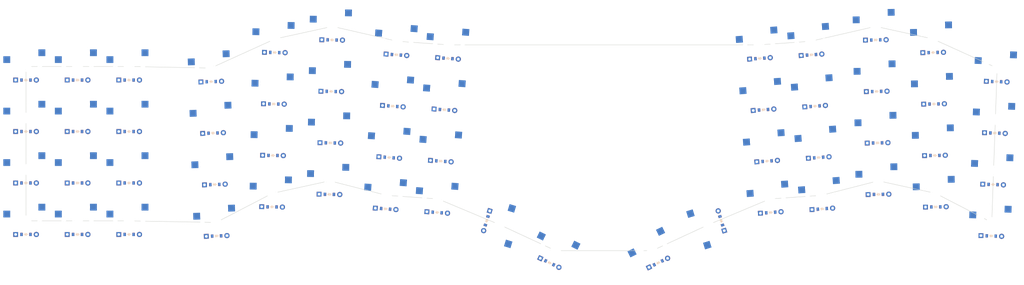
<source format=kicad_pcb>
(kicad_pcb (version 20241229) (generator "pcbnew") (generator_version "9.0")
  (layers (0 "F.Cu" signal) (2 "B.Cu" signal) (13 "F.Paste" user) (15 "B.Paste" user) (5 "F.SilkS" user) (7 "B.SilkS" user) (1 "F.Mask" user) (3 "B.Mask" user) (25 "Edge.Cuts" user))
  (net 0 "")
  (net 1 "pinky_alpha1")
  (net 2 "pinky_alpha2")
  (net 3 "pinky_alpha3")
  (net 4 "pinky_mod")
  (net 5 "ring_alpha1")
  (net 6 "ring_alpha2")
  (net 7 "ring_alpha3")
  (net 8 "ring_mod")
  (net 9 "middle_alpha1")
  (net 10 "middle_alpha2")
  (net 11 "middle_alpha3")
  (net 12 "middle_mod")
  (net 13 "index_alpha1")
  (net 14 "index_alpha2")
  (net 15 "index_alpha3")
  (net 16 "index_mod")
  (net 17 "index_stretch_alpha1")
  (net 18 "index_stretch_alpha2")
  (net 19 "index_stretch_alpha3")
  (net 20 "index_stretch_mod")
  (net 21 "mirror_pinky_alpha1")
  (net 22 "mirror_pinky_alpha2")
  (net 23 "mirror_pinky_alpha3")
  (net 24 "mirror_pinky_mod")
  (net 25 "mirror_ring_alpha1")
  (net 26 "mirror_ring_alpha2")
  (net 27 "mirror_ring_alpha3")
  (net 28 "mirror_ring_mod")
  (net 29 "mirror_middle_alpha1")
  (net 30 "mirror_middle_alpha2")
  (net 31 "mirror_middle_alpha3")
  (net 32 "mirror_middle_mod")
  (net 33 "mirror_index_alpha1")
  (net 34 "mirror_index_alpha2")
  (net 35 "mirror_index_alpha3")
  (net 36 "mirror_index_mod")
  (net 37 "mirror_index_stretch_alpha1")
  (net 38 "mirror_index_stretch_alpha2")
  (net 39 "mirror_index_stretch_alpha3")
  (net 40 "mirror_index_stretch_mod")
  (net 41 "spazio_fan")
  (net 42 "disazio_fan")
  (net 43 "mirror_spazio_fan")
  (net 44 "mirror_disazio_fan")
  (net 45 "C1_R1")
  (net 46 "C1_R2")
  (net 47 "C1_R3")
  (net 48 "C1_R4")
  (net 49 "C2_R1")
  (net 50 "C2_R2")
  (net 51 "C2_R3")
  (net 52 "C2_R4")
  (net 53 "C3_R1")
  (net 54 "C3_R2")
  (net 55 "C3_R3")
  (net 56 "C3_R4")
  (footprint "ComboDiode" (layer "F.Cu") (at 49 131)
    (property "Reference" "D49" (hide yes))
    (property "Value" "" (hide yes))
    (pad "1" thru_hole rect (at -3.81 0) (size 1.778 1.778) (drill 0.9906) (layers "*.Cu" "*.Mask"))
    (pad "1" smd rect (at -1.65 0) (size 0.9 1.2) (layers "F.Cu" "F.Mask" "F.Paste"))
    (pad "1" smd rect (at -1.65 0) (size 0.9 1.2) (layers "B.Cu" "B.Mask" "B.Paste"))
    (pad "2" smd rect (at 1.65 0) (size 0.9 1.2) (layers "F.Cu" "F.Mask" "F.Paste") (net 49 "C2_R1"))
    (pad "2" smd rect (at 1.65 0) (size 0.9 1.2) (layers "B.Cu" "B.Mask" "B.Paste") (net 49 "C2_R1"))
    (pad "2" thru_hole circle (at 3.81 0) (size 1.905 1.905) (drill 0.9906) (layers "*.Cu" "*.Mask") (net 49 "C2_R1"))
  )
  (footprint "ComboDiode" (layer "F.Cu") (at 262.957519 141.454934 26)
    (property "Reference" "D44" (hide yes))
    (property "Value" "" (hide yes))
    (pad "1" thru_hole rect (at -3.81 0 26) (size 1.778 1.778) (drill 0.9906) (layers "*.Cu" "*.Mask"))
    (pad "1" smd rect (at -1.65 0 26) (size 0.9 1.2) (layers "F.Cu" "F.Mask" "F.Paste"))
    (pad "1" smd rect (at -1.65 0 26) (size 0.9 1.2) (layers "B.Cu" "B.Mask" "B.Paste"))
    (pad "2" smd rect (at 1.65 0 26) (size 0.9 1.2) (layers "F.Cu" "F.Mask" "F.Paste") (net 44 "mirror_disazio_fan"))
    (pad "2" smd rect (at 1.65 0 26) (size 0.9 1.2) (layers "B.Cu" "B.Mask" "B.Paste") (net 44 "mirror_disazio_fan"))
    (pad "2" thru_hole circle (at 3.81 0 26) (size 1.905 1.905) (drill 0.9906) (layers "*.Cu" "*.Mask") (net 44 "mirror_disazio_fan"))
  )
  (footprint "ComboDiode" (layer "F.Cu") (at 165.145789 83.641798 -4)
    (property "Reference" "D15" (hide yes))
    (property "Value" "" (hide yes))
    (pad "1" thru_hole rect (at -3.81 0 356) (size 1.778 1.778) (drill 0.9906) (layers "*.Cu" "*.Mask"))
    (pad "1" smd rect (at -1.65 0 356) (size 0.9 1.2) (layers "F.Cu" "F.Mask" "F.Paste"))
    (pad "1" smd rect (at -1.65 0 356) (size 0.9 1.2) (layers "B.Cu" "B.Mask" "B.Paste"))
    (pad "2" smd rect (at 1.65 0 356) (size 0.9 1.2) (layers "F.Cu" "F.Mask" "F.Paste") (net 15 "index_alpha3"))
    (pad "2" smd rect (at 1.65 0 356) (size 0.9 1.2) (layers "B.Cu" "B.Mask" "B.Paste") (net 15 "index_alpha3"))
    (pad "2" thru_hole circle (at 3.81 0 356) (size 1.905 1.905) (drill 0.9906) (layers "*.Cu" "*.Mask") (net 15 "index_alpha3"))
  )
  (footprint "MX" (layer "F.Cu") (at 181.847421 117.890272 -4)
    (property "Reference" "S17" (hide yes))
    (property "Value" "" (hide yes))
    (pad "" np_thru_hole circle (at -5.08 0) (size 1.7018 1.7018) (drill 1.7018) (layers "*.Cu" "*.Mask"))
    (pad "" np_thru_hole circle (at -3.81 -2.54) (size 3 3) (drill 3) (layers "*.Cu" "*.Mask"))
    (pad "" np_thru_hole circle (at 0 0) (size 3.9878 3.9878) (drill 3.9878) (layers "*.Cu" "*.Mask"))
    (pad "" np_thru_hole circle (at 2.54 -5.08) (size 3 3) (drill 3) (layers "*.Cu" "*.Mask"))
    (pad "" np_thru_hole circle (at 5.08 0) (size 1.7018 1.7018) (drill 1.7018) (layers "*.Cu" "*.Mask"))
    (pad "1" smd rect (at -7.085 -2.54 356) (size 2.55 2.5) (layers "B.Cu" "B.Mask" "B.Paste"))
    (pad "2" smd rect (at 5.842 -5.08 356) (size 2.55 2.5) (layers "B.Cu" "B.Mask" "B.Paste") (net 17 "index_stretch_alpha1"))
  )
  (footprint "MX" (layer "F.Cu") (at 49 107)
    (property "Reference" "S50" (hide yes))
    (property "Value" "" (hide yes))
    (pad "" np_thru_hole circle (at -5.08 0) (size 1.7018 1.7018) (drill 1.7018) (layers "*.Cu" "*.Mask"))
    (pad "" np_thru_hole circle (at -3.81 -2.54) (size 3 3) (drill 3) (layers "*.Cu" "*.Mask"))
    (pad "" np_thru_hole circle (at 0 0) (size 3.9878 3.9878) (drill 3.9878) (layers "*.Cu" "*.Mask"))
    (pad "" np_thru_hole circle (at 2.54 -5.08) (size 3 3) (drill 3) (layers "*.Cu" "*.Mask"))
    (pad "" np_thru_hole circle (at 5.08 0) (size 1.7018 1.7018) (drill 1.7018) (layers "*.Cu" "*.Mask"))
    (pad "1" smd rect (at -7.085 -2.54) (size 2.55 2.5) (layers "B.Cu" "B.Mask" "B.Paste"))
    (pad "2" smd rect (at 5.842 -5.08) (size 2.55 2.5) (layers "B.Cu" "B.Mask" "B.Paste") (net 50 "C2_R2"))
  )
  (footprint "ComboDiode" (layer "F.Cu") (at 365.211136 120.825904 1)
    (property "Reference" "D25" (hide yes))
    (property "Value" "" (hide yes))
    (pad "1" thru_hole rect (at -3.81 0 1) (size 1.778 1.778) (drill 0.9906) (layers "*.Cu" "*.Mask"))
    (pad "1" smd rect (at -1.65 0 1) (size 0.9 1.2) (layers "F.Cu" "F.Mask" "F.Paste"))
    (pad "1" smd rect (at -1.65 0 1) (size 0.9 1.2) (layers "B.Cu" "B.Mask" "B.Paste"))
    (pad "2" smd rect (at 1.65 0 1) (size 0.9 1.2) (layers "F.Cu" "F.Mask" "F.Paste") (net 25 "mirror_ring_alpha1"))
    (pad "2" smd rect (at 1.65 0 1) (size 0.9 1.2) (layers "B.Cu" "B.Mask" "B.Paste") (net 25 "mirror_ring_alpha1"))
    (pad "2" thru_hole circle (at 3.81 0 1) (size 1.905 1.905) (drill 0.9906) (layers "*.Cu" "*.Mask") (net 25 "mirror_ring_alpha1"))
  )
  (footprint "MX" (layer "F.Cu") (at 99.398966 107.566782 2)
    (property "Reference" "S2" (hide yes))
    (property "Value" "" (hide yes))
    (pad "" np_thru_hole circle (at -5.08 0) (size 1.7018 1.7018) (drill 1.7018) (layers "*.Cu" "*.Mask"))
    (pad "" np_thru_hole circle (at -3.81 -2.54) (size 3 3) (drill 3) (layers "*.Cu" "*.Mask"))
    (pad "" np_thru_hole circle (at 0 0) (size 3.9878 3.9878) (drill 3.9878) (layers "*.Cu" "*.Mask"))
    (pad "" np_thru_hole circle (at 2.54 -5.08) (size 3 3) (drill 3) (layers "*.Cu" "*.Mask"))
    (pad "" np_thru_hole circle (at 5.08 0) (size 1.7018 1.7018) (drill 1.7018) (layers "*.Cu" "*.Mask"))
    (pad "1" smd rect (at -7.085 -2.54 2) (size 2.55 2.5) (layers "B.Cu" "B.Mask" "B.Paste"))
    (pad "2" smd rect (at 5.842 -5.08 2) (size 2.55 2.5) (layers "B.Cu" "B.Mask" "B.Paste") (net 2 "pinky_alpha2"))
  )
  (footprint "ComboDiode" (layer "F.Cu") (at 163.820417 102.595515 -4)
    (property "Reference" "D14" (hide yes))
    (property "Value" "" (hide yes))
    (pad "1" thru_hole rect (at -3.81 0 356) (size 1.778 1.778) (drill 0.9906) (layers "*.Cu" "*.Mask"))
    (pad "1" smd rect (at -1.65 0 356) (size 0.9 1.2) (layers "F.Cu" "F.Mask" "F.Paste"))
    (pad "1" smd rect (at -1.65 0 356) (size 0.9 1.2) (layers "B.Cu" "B.Mask" "B.Paste"))
    (pad "2" smd rect (at 1.65 0 356) (size 0.9 1.2) (layers "F.Cu" "F.Mask" "F.Paste") (net 14 "index_alpha2"))
    (pad "2" smd rect (at 1.65 0 356) (size 0.9 1.2) (layers "B.Cu" "B.Mask" "B.Paste") (net 14 "index_alpha2"))
    (pad "2" thru_hole circle (at 3.81 0 356) (size 1.905 1.905) (drill 0.9906) (layers "*.Cu" "*.Mask") (net 14 "index_alpha2"))
  )
  (footprint "MX" (layer "F.Cu") (at 301.375945 79.982838 4)
    (property "Reference" "S39" (hide yes))
    (property "Value" "" (hide yes))
    (pad "" np_thru_hole circle (at -5.08 0) (size 1.7018 1.7018) (drill 1.7018) (layers "*.Cu" "*.Mask"))
    (pad "" np_thru_hole circle (at -3.809999 -2.54) (size 3 3) (drill 3) (layers "*.Cu" "*.Mask"))
    (pad "" np_thru_hole circle (at 0 0) (size 3.9878 3.9878) (drill 3.9878) (layers "*.Cu" "*.Mask"))
    (pad "" np_thru_hole circle (at 2.54 -5.08) (size 3 3) (drill 3) (layers "*.Cu" "*.Mask"))
    (pad "" np_thru_hole circle (at 5.08 0) (size 1.7018 1.7018) (drill 1.7018) (layers "*.Cu" "*.Mask"))
    (pad "1" smd rect (at -7.085 -2.54 4) (size 2.55 2.5) (layers "B.Cu" "B.Mask" "B.Paste"))
    (pad "2" smd rect (at 5.842 -5.08 4) (size 2.55 2.5) (layers "B.Cu" "B.Mask" "B.Paste") (net 39 "mirror_index_stretch_alpha3"))
  )
  (footprint "ComboDiode" (layer "F.Cu") (at 162.495044 121.549232 -4)
    (property "Reference" "D13" (hide yes))
    (property "Value" "" (hide yes))
    (pad "1" thru_hole rect (at -3.81 0 356) (size 1.778 1.778) (drill 0.9906) (layers "*.Cu" "*.Mask"))
    (pad "1" smd rect (at -1.65 0 356) (size 0.9 1.2) (layers "F.Cu" "F.Mask" "F.Paste"))
    (pad "1" smd rect (at -1.65 0 356) (size 0.9 1.2) (layers "B.Cu" "B.Mask" "B.Paste"))
    (pad "2" smd rect (at 1.65 0 356) (size 0.9 1.2) (layers "F.Cu" "F.Mask" "F.Paste") (net 13 "index_alpha1"))
    (pad "2" smd rect (at 1.65 0 356) (size 0.9 1.2) (layers "B.Cu" "B.Mask" "B.Paste") (net 13 "index_alpha1"))
    (pad "2" thru_hole circle (at 3.81 0 356) (size 1.905 1.905) (drill 0.9906) (layers "*.Cu" "*.Mask") (net 13 "index_alpha1"))
  )
  (footprint "ComboDiode" (layer "F.Cu") (at 343.082293 59.20272 1)
    (property "Reference" "D32" (hide yes))
    (property "Value" "" (hide yes))
    (pad "1" thru_hole rect (at -3.81 0 1) (size 1.778 1.778) (drill 0.9906) (layers "*.Cu" "*.Mask"))
    (pad "1" smd rect (at -1.65 0 1) (size 0.9 1.2) (layers "F.Cu" "F.Mask" "F.Paste"))
    (pad "1" smd rect (at -1.65 0 1) (size 0.9 1.2) (layers "B.Cu" "B.Mask" "B.Paste"))
    (pad "2" smd rect (at 1.65 0 1) (size 0.9 1.2) (layers "F.Cu" "F.Mask" "F.Paste") (net 32 "mirror_middle_mod"))
    (pad "2" smd rect (at 1.65 0 1) (size 0.9 1.2) (layers "B.Cu" "B.Mask" "B.Paste") (net 32 "mirror_middle_mod"))
    (pad "2" thru_hole circle (at 3.81 0 1) (size 1.905 1.905) (drill 0.9906) (layers "*.Cu" "*.Mask") (net 32 "mirror_middle_mod"))
  )
  (footprint "MX" (layer "F.Cu") (at 302.701318 98.936555 4)
    (property "Reference" "S38" (hide yes))
    (property "Value" "" (hide yes))
    (pad "" np_thru_hole circle (at -5.08 0) (size 1.7018 1.7018) (drill 1.7018) (layers "*.Cu" "*.Mask"))
    (pad "" np_thru_hole circle (at -3.809999 -2.54) (size 3 3) (drill 3) (layers "*.Cu" "*.Mask"))
    (pad "" np_thru_hole circle (at 0 0) (size 3.9878 3.9878) (drill 3.9878) (layers "*.Cu" "*.Mask"))
    (pad "" np_thru_hole circle (at 2.54 -5.08) (size 3 3) (drill 3) (layers "*.Cu" "*.Mask"))
    (pad "" np_thru_hole circle (at 5.08 0) (size 1.7018 1.7018) (drill 1.7018) (layers "*.Cu" "*.Mask"))
    (pad "1" smd rect (at -7.085 -2.54 4) (size 2.55 2.5) (layers "B.Cu" "B.Mask" "B.Paste"))
    (pad "2" smd rect (at 5.842 -5.08 4) (size 2.55 2.5) (layers "B.Cu" "B.Mask" "B.Paste") (net 38 "mirror_index_stretch_alpha2"))
  )
  (footprint "MX" (layer "F.Cu") (at 321.704913 97.607695 4)
    (property "Reference" "S34" (hide yes))
    (property "Value" "" (hide yes))
    (pad "" np_thru_hole circle (at -5.08 0) (size 1.7018 1.7018) (drill 1.7018) (layers "*.Cu" "*.Mask"))
    (pad "" np_thru_hole circle (at -3.809999 -2.54) (size 3 3) (drill 3) (layers "*.Cu" "*.Mask"))
    (pad "" np_thru_hole circle (at 0 0) (size 3.9878 3.9878) (drill 3.9878) (layers "*.Cu" "*.Mask"))
    (pad "" np_thru_hole circle (at 2.54 -5.08) (size 3 3) (drill 3) (layers "*.Cu" "*.Mask"))
    (pad "" np_thru_hole circle (at 5.08 0) (size 1.7018 1.7018) (drill 1.7018) (layers "*.Cu" "*.Mask"))
    (pad "1" smd rect (at -7.085 -2.54 4) (size 2.55 2.5) (layers "B.Cu" "B.Mask" "B.Paste"))
    (pad "2" smd rect (at 5.842 -5.08 4) (size 2.55 2.5) (layers "B.Cu" "B.Mask" "B.Paste") (net 34 "mirror_index_alpha2"))
  )
  (footprint "ComboDiode" (layer "F.Cu") (at 182.824012 103.924376 -4)
    (property "Reference" "D18" (hide yes))
    (property "Value" "" (hide yes))
    (pad "1" thru_hole rect (at -3.81 0 356) (size 1.778 1.778) (drill 0.9906) (layers "*.Cu" "*.Mask"))
    (pad "1" smd rect (at -1.65 0 356) (size 0.9 1.2) (layers "F.Cu" "F.Mask" "F.Paste"))
    (pad "1" smd rect (at -1.65 0 356) (size 0.9 1.2) (layers "B.Cu" "B.Mask" "B.Paste"))
    (pad "2" smd rect (at 1.65 0 356) (size 0.9 1.2) (layers "F.Cu" "F.Mask" "F.Paste") (net 18 "index_stretch_alpha2"))
    (pad "2" smd rect (at 1.65 0 356) (size 0.9 1.2) (layers "B.Cu" "B.Mask" "B.Paste") (net 18 "index_stretch_alpha2"))
    (pad "2" thru_hole circle (at 3.81 0 356) (size 1.905 1.905) (drill 0.9906) (layers "*.Cu" "*.Mask") (net 18 "index_stretch_alpha2"))
  )
  (footprint "ComboDiode" (layer "F.Cu") (at 49 93)
    (property "Reference" "D51" (hide yes))
    (property "Value" "" (hide yes))
    (pad "1" thru_hole rect (at -3.81 0) (size 1.778 1.778) (drill 0.9906) (layers "*.Cu" "*.Mask"))
    (pad "1" smd rect (at -1.65 0) (size 0.9 1.2) (layers "F.Cu" "F.Mask" "F.Paste"))
    (pad "1" smd rect (at -1.65 0) (size 0.9 1.2) (layers "B.Cu" "B.Mask" "B.Paste"))
    (pad "2" smd rect (at 1.65 0) (size 0.9 1.2) (layers "F.Cu" "F.Mask" "F.Paste") (net 51 "C2_R3"))
    (pad "2" smd rect (at 1.65 0) (size 0.9 1.2) (layers "B.Cu" "B.Mask" "B.Paste") (net 51 "C2_R3"))
    (pad "2" thru_hole circle (at 3.81 0) (size 1.905 1.905) (drill 0.9906) (layers "*.Cu" "*.Mask") (net 51 "C2_R3"))
  )
  (footprint "MX" (layer "F.Cu") (at 68 88)
    (property "Reference" "S55" (hide yes))
    (property "Value" "" (hide yes))
    (pad "" np_thru_hole circle (at -5.08 0) (size 1.7018 1.7018) (drill 1.7018) (layers "*.Cu" "*.Mask"))
    (pad "" np_thru_hole circle (at -3.81 -2.54) (size 3 3) (drill 3) (layers "*.Cu" "*.Mask"))
    (pad "" np_thru_hole circle (at 0 0) (size 3.9878 3.9878) (drill 3.9878) (layers "*.Cu" "*.Mask"))
    (pad "" np_thru_hole circle (at 2.54 -5.08) (size 3 3) (drill 3) (layers "*.Cu" "*.Mask"))
    (pad "" np_thru_hole circle (at 5.08 0) (size 1.7018 1.7018) (drill 1.7018) (layers "*.Cu" "*.Mask"))
    (pad "1" smd rect (at -7.085 -2.54) (size 2.55 2.5) (layers "B.Cu" "B.Mask" "B.Paste"))
    (pad "2" smd rect (at 5.842 -5.08) (size 2.55 2.5) (layers "B.Cu" "B.Mask" "B.Paste") (net 55 "C3_R3"))
  )
  (footprint "ComboDiode" (layer "F.Cu") (at 141.797032 116.194039 -1)
    (property "Reference" "D9" (hide yes))
    (property "Value" "" (hide yes))
    (pad "1" thru_hole rect (at -3.81 0 359) (size 1.778 1.778) (drill 0.9906) (layers "*.Cu" "*.Mask"))
    (pad "1" smd rect (at -1.65 0 359) (size 0.9 1.2) (layers "F.Cu" "F.Mask" "F.Paste"))
    (pad "1" smd rect (at -1.65 0 359) (size 0.9 1.2) (layers "B.Cu" "B.Mask" "B.Paste"))
    (pad "2" smd rect (at 1.65 0 359) (size 0.9 1.2) (layers "F.Cu" "F.Mask" "F.Paste") (net 9 "middle_alpha1"))
    (pad "2" smd rect (at 1.65 0 359) (size 0.9 1.2) (layers "B.Cu" "B.Mask" "B.Paste") (net 9 "middle_alpha1"))
    (pad "2" thru_hole circle (at 3.81 0 359) (size 1.905 1.905) (drill 0.9906) (layers "*.Cu" "*.Mask") (net 9 "middle_alpha1"))
  )
  (footprint "MX" (layer "F.Cu") (at 165.494572 78.653978 -4)
    (property "Reference" "S15" (hide yes))
    (property "Value" "" (hide yes))
    (pad "" np_thru_hole circle (at -5.08 0) (size 1.7018 1.7018) (drill 1.7018) (layers "*.Cu" "*.Mask"))
    (pad "" np_thru_hole circle (at -3.81 -2.54) (size 3 3) (drill 3) (layers "*.Cu" "*.Mask"))
    (pad "" np_thru_hole circle (at 0 0) (size 3.9878 3.9878) (drill 3.9878) (layers "*.Cu" "*.Mask"))
    (pad "" np_thru_hole circle (at 2.54 -5.08) (size 3 3) (drill 3) (layers "*.Cu" "*.Mask"))
    (pad "" np_thru_hole circle (at 5.08 0) (size 1.7018 1.7018) (drill 1.7018) (layers "*.Cu" "*.Mask"))
    (pad "1" smd rect (at -7.085 -2.54 356) (size 2.55 2.5) (layers "B.Cu" "B.Mask" "B.Paste"))
    (pad "2" smd rect (at 5.842 -5.08 356) (size 2.55 2.5) (layers "B.Cu" "B.Mask" "B.Paste") (net 15 "index_alpha3"))
  )
  (footprint "MX" (layer "F.Cu") (at 164.169199 97.607695 -4)
    (property "Reference" "S14" (hide yes))
    (property "Value" "" (hide yes))
    (pad "" np_thru_hole circle (at -5.08 0) (size 1.7018 1.7018) (drill 1.7018) (layers "*.Cu" "*.Mask"))
    (pad "" np_thru_hole circle (at -3.81 -2.54) (size 3 3) (drill 3) (layers "*.Cu" "*.Mask"))
    (pad "" np_thru_hole circle (at 0 0) (size 3.9878 3.9878) (drill 3.9878) (layers "*.Cu" "*.Mask"))
    (pad "" np_thru_hole circle (at 2.54 -5.08) (size 3 3) (drill 3) (layers "*.Cu" "*.Mask"))
    (pad "" np_thru_hole circle (at 5.08 0) (size 1.7018 1.7018) (drill 1.7018) (layers "*.Cu" "*.Mask"))
    (pad "1" smd rect (at -7.085 -2.54 356) (size 2.55 2.5) (layers "B.Cu" "B.Mask" "B.Paste"))
    (pad "2" smd rect (at 5.842 -5.08 356) (size 2.55 2.5) (layers "B.Cu" "B.Mask" "B.Paste") (net 14 "index_alpha2"))
  )
  (footprint "ComboDiode" (layer "F.Cu") (at 222.916593 141.454934 -26)
    (property "Reference" "D42" (hide yes))
    (property "Value" "" (hide yes))
    (pad "1" thru_hole rect (at -3.81 0 334) (size 1.778 1.778) (drill 0.9906) (layers "*.Cu" "*.Mask"))
    (pad "1" smd rect (at -1.65 0 334) (size 0.9 1.2) (layers "F.Cu" "F.Mask" "F.Paste"))
    (pad "1" smd rect (at -1.65 0 334) (size 0.9 1.2) (layers "B.Cu" "B.Mask" "B.Paste"))
    (pad "2" smd rect (at 1.65 0 334) (size 0.9 1.2) (layers "F.Cu" "F.Mask" "F.Paste") (net 42 "disazio_fan"))
    (pad "2" smd rect (at 1.65 0 334) (size 0.9 1.2) (layers "B.Cu" "B.Mask" "B.Paste") (net 42 "disazio_fan"))
    (pad "2" thru_hole circle (at 3.81 0 334) (size 1.905 1.905) (drill 0.9906) (layers "*.Cu" "*.Mask") (net 42 "disazio_fan"))
  )
  (footprint "MX" (layer "F.Cu") (at 300.050572 61.029121 4)
    (property "Reference" "S40" (hide yes))
    (property "Value" "" (hide yes))
    (pad "" np_thru_hole circle (at -5.08 0) (size 1.7018 1.7018) (drill 1.7018) (layers "*.Cu" "*.Mask"))
    (pad "" np_thru_hole circle (at -3.809999 -2.54) (size 3 3) (drill 3) (layers "*.Cu" "*.Mask"))
    (pad "" np_thru_hole circle (at 0 0) (size 3.9878 3.9878) (drill 3.9878) (layers "*.Cu" "*.Mask"))
    (pad "" np_thru_hole circle (at 2.54 -5.08) (size 3 3) (drill 3) (layers "*.Cu" "*.Mask"))
    (pad "" np_thru_hole circle (at 5.08 0) (size 1.7018 1.7018) (drill 1.7018) (layers "*.Cu" "*.Mask"))
    (pad "1" smd rect (at -7.085 -2.54 4) (size 2.55 2.5) (layers "B.Cu" "B.Mask" "B.Paste"))
    (pad "2" smd rect (at 5.842 -5.08 4) (size 2.55 2.5) (layers "B.Cu" "B.Mask" "B.Paste") (net 40 "mirror_index_stretch_mod"))
  )
  (footprint "ComboDiode" (layer "F.Cu") (at 30 112)
    (property "Reference" "D46" (hide yes))
    (property "Value" "" (hide yes))
    (pad "1" thru_hole rect (at -3.81 0) (size 1.778 1.778) (drill 0.9906) (layers "*.Cu" "*.Mask"))
    (pad "1" smd rect (at -1.65 0) (size 0.9 1.2) (layers "F.Cu" "F.Mask" "F.Paste"))
    (pad "1" smd rect (at -1.65 0) (size 0.9 1.2) (layers "B.Cu" "B.Mask" "B.Paste"))
    (pad "2" smd rect (at 1.65 0) (size 0.9 1.2) (layers "F.Cu" "F.Mask" "F.Paste") (net 46 "C1_R2"))
    (pad "2" smd rect (at 1.65 0) (size 0.9 1.2) (layers "B.Cu" "B.Mask" "B.Paste") (net 46 "C1_R2"))
    (pad "2" thru_hole circle (at 3.81 0) (size 1.905 1.905) (drill 0.9906) (layers "*.Cu" "*.Mask") (net 46 "C1_R2"))
  )
  (footprint "ComboDiode" (layer "F.Cu") (at 166.471162 64.688081 -4)
    (property "Reference" "D16" (hide yes))
    (property "Value" "" (hide yes))
    (pad "1" thru_hole rect (at -3.81 0 356) (size 1.778 1.778) (drill 0.9906) (layers "*.Cu" "*.Mask"))
    (pad "1" smd rect (at -1.65 0 356) (size 0.9 1.2) (layers "F.Cu" "F.Mask" "F.Paste"))
    (pad "1" smd rect (at -1.65 0 356) (size 0.9 1.2) (layers "B.Cu" "B.Mask" "B.Paste"))
    (pad "2" smd rect (at 1.65 0 356) (size 0.9 1.2) (layers "F.Cu" "F.Mask" "F.Paste") (net 16 "index_mod"))
    (pad "2" smd rect (at 1.65 0 356) (size 0.9 1.2) (layers "B.Cu" "B.Mask" "B.Paste") (net 16 "index_mod"))
    (pad "2" thru_hole circle (at 3.81 0 356) (size 1.905 1.905) (drill 0.9906) (layers "*.Cu" "*.Mask") (net 16 "index_mod"))
  )
  (footprint "MX" (layer "F.Cu") (at 204.508633 127.409351 -107)
    (property "Reference" "S41" (hide yes))
    (property "Value" "" (hide yes))
    (pad "" np_thru_hole circle (at -5.08 0) (size 1.7018 1.7018) (drill 1.7018) (layers "*.Cu" "*.Mask"))
    (pad "" np_thru_hole circle (at -3.81 -2.54) (size 3 3) (drill 3) (layers "*.Cu" "*.Mask"))
    (pad "" np_thru_hole circle (at 0 0) (size 3.9878 3.9878) (drill 3.9878) (layers "*.Cu" "*.Mask"))
    (pad "" np_thru_hole circle (at 2.54 -5.08) (size 3 3) (drill 3) (layers "*.Cu" "*.Mask"))
    (pad "" np_thru_hole circle (at 5.08 0) (size 1.7018 1.7018) (drill 1.7018) (layers "*.Cu" "*.Mask"))
    (pad "1" smd rect (at -7.085 -2.54 253) (size 2.55 2.5) (layers "B.Cu" "B.Mask" "B.Paste"))
    (pad "2" smd rect (at 5.842 -5.08 253) (size 2.55 2.5) (layers "B.Cu" "B.Mask" "B.Paste") (net 41 "spazio_fan"))
  )
  (footprint "MX" (layer "F.Cu") (at 68 69)
    (property "Reference" "S56" (hide yes))
    (property "Value" "" (hide yes))
    (pad "" np_thru_hole circle (at -5.08 0) (size 1.7018 1.7018) (drill 1.7018) (layers "*.Cu" "*.Mask"))
    (pad "" np_thru_hole circle (at -3.81 -2.54) (size 3 3) (drill 3) (layers "*.Cu" "*.Mask"))
    (pad "" np_thru_hole circle (at 0 0) (size 3.9878 3.9878) (drill 3.9878) (layers "*.Cu" "*.Mask"))
    (pad "" np_thru_hole circle (at 2.54 -5.08) (size 3 3) (drill 3) (layers "*.Cu" "*.Mask"))
    (pad "" np_thru_hole circle (at 5.08 0) (size 1.7018 1.7018) (drill 1.7018) (layers "*.Cu" "*.Mask"))
    (pad "1" smd rect (at -7.085 -2.54) (size 2.55 2.5) (layers "B.Cu" "B.Mask" "B.Paste"))
    (pad "2" smd rect (at 5.842 -5.08) (size 2.55 2.5) (layers "B.Cu" "B.Mask" "B.Paste") (net 56 "C3_R4"))
  )
  (footprint "MX" (layer "F.Cu") (at 68 126)
    (property "Reference" "S53" (hide yes))
    (property "Value" "" (hide yes))
    (pad "" np_thru_hole circle (at -5.08 0) (size 1.7018 1.7018) (drill 1.7018) (layers "*.Cu" "*.Mask"))
    (pad "" np_thru_hole circle (at -3.81 -2.54) (size 3 3) (drill 3) (layers "*.Cu" "*.Mask"))
    (pad "" np_thru_hole circle (at 0 0) (size 3.9878 3.9878) (drill 3.9878) (layers "*.Cu" "*.Mask"))
    (pad "" np_thru_hole circle (at 2.54 -5.08) (size 3 3) (drill 3) (layers "*.Cu" "*.Mask"))
    (pad "" np_thru_hole circle (at 5.08 0) (size 1.7018 1.7018) (drill 1.7018) (layers "*.Cu" "*.Mask"))
    (pad "1" smd rect (at -7.085 -2.54) (size 2.55 2.5) (layers "B.Cu" "B.Mask" "B.Paste"))
    (pad "2" smd rect (at 5.842 -5.08) (size 2.55 2.5) (layers "B.Cu" "B.Mask" "B.Paste") (net 53 "C3_R1"))
  )
  (footprint "ComboDiode" (layer "F.Cu") (at 68 74)
    (property "Reference" "D56" (hide yes))
    (property "Value" "" (hide yes))
    (pad "1" thru_hole rect (at -3.81 0) (size 1.778 1.778) (drill 0.9906) (layers "*.Cu" "*.Mask"))
    (pad "1" smd rect (at -1.65 0) (size 0.9 1.2) (layers "F.Cu" "F.Mask" "F.Paste"))
    (pad "1" smd rect (at -1.65 0) (size 0.9 1.2) (layers "B.Cu" "B.Mask" "B.Paste"))
    (pad "2" smd rect (at 1.65 0) (size 0.9 1.2) (layers "F.Cu" "F.Mask" "F.Paste") (net 56 "C3_R4"))
    (pad "2" smd rect (at 1.65 0) (size 0.9 1.2) (layers "B.Cu" "B.Mask" "B.Paste") (net 56 "C3_R4"))
    (pad "2" thru_hole circle (at 3.81 0) (size 1.905 1.905) (drill 0.9906) (layers "*.Cu" "*.Mask") (net 56 "C3_R4"))
  )
  (footprint "ComboDiode" (layer "F.Cu") (at 98.910373 93.575311 2)
    (property "Reference" "D3" (hide yes))
    (property "Value" "" (hide yes))
    (pad "1" thru_hole rect (at -3.81 0 2) (size 1.778 1.778) (drill 0.9906) (layers "*.Cu" "*.Mask"))
    (pad "1" smd rect (at -1.65 0 2) (size 0.9 1.2) (layers "F.Cu" "F.Mask" "F.Paste"))
    (pad "1" smd rect (at -1.65 0 2) (size 0.9 1.2) (layers "B.Cu" "B.Mask" "B.Paste"))
    (pad "2" smd rect (at 1.65 0 2) (size 0.9 1.2) (layers "F.Cu" "F.Mask" "F.Paste") (net 3 "pinky_alpha3"))
    (pad "2" smd rect (at 1.65 0 2) (size 0.9 1.2) (layers "B.Cu" "B.Mask" "B.Paste") (net 3 "pinky_alpha3"))
    (pad "2" thru_hole circle (at 3.81 0 2) (size 1.905 1.905) (drill 0.9906) (layers "*.Cu" "*.Mask") (net 3 "pinky_alpha3"))
  )
  (footprint "ComboDiode" (layer "F.Cu") (at 121.657763 63.834585 -1)
    (property "Reference" "D8" (hide yes))
    (property "Value" "" (hide yes))
    (pad "1" thru_hole rect (at -3.81 0 359) (size 1.778 1.778) (drill 0.9906) (layers "*.Cu" "*.Mask"))
    (pad "1" smd rect (at -1.65 0 359) (size 0.9 1.2) (layers "F.Cu" "F.Mask" "F.Paste"))
    (pad "1" smd rect (at -1.65 0 359) (size 0.9 1.2) (layers "B.Cu" "B.Mask" "B.Paste"))
    (pad "2" smd rect (at 1.65 0 359) (size 0.9 1.2) (layers "F.Cu" "F.Mask" "F.Paste") (net 8 "ring_mod"))
    (pad "2" smd rect (at 1.65 0 359) (size 0.9 1.2) (layers "B.Cu" "B.Mask" "B.Paste") (net 8 "ring_mod"))
    (pad "2" thru_hole circle (at 3.81 0 359) (size 1.905 1.905) (drill 0.9906) (layers "*.Cu" "*.Mask") (net 8 "ring_mod"))
  )
  (footprint "ComboDiode" (layer "F.Cu") (at 364.547945 82.831691 1)
    (property "Reference" "D27" (hide yes))
    (property "Value" "" (hide yes))
    (pad "1" thru_hole rect (at -3.81 0 1) (size 1.778 1.778) (drill 0.9906) (layers "*.Cu" "*.Mask"))
    (pad "1" smd rect (at -1.65 0 1) (size 0.9 1.2) (layers "F.Cu" "F.Mask" "F.Paste"))
    (pad "1" smd rect (at -1.65 0 1) (size 0.9 1.2) (layers "B.Cu" "B.Mask" "B.Paste"))
    (pad "2" smd rect (at 1.65 0 1) (size 0.9 1.2) (layers "F.Cu" "F.Mask" "F.Paste") (net 27 "mirror_ring_alpha3"))
    (pad "2" smd rect (at 1.65 0 1) (size 0.9 1.2) (layers "B.Cu" "B.Mask" "B.Paste") (net 27 "mirror_ring_alpha3"))
    (pad "2" thru_hole circle (at 3.81 0 1) (size 1.905 1.905) (drill 0.9906) (layers "*.Cu" "*.Mask") (net 27 "mirror_ring_alpha3"))
  )
  (footprint "MX" (layer "F.Cu") (at 364.460683 77.832453 1)
    (property "Reference" "S27" (hide yes))
    (property "Value" "" (hide yes))
    (pad "" np_thru_hole circle (at -5.08 0) (size 1.7018 1.7018) (drill 1.7018) (layers "*.Cu" "*.Mask"))
    (pad "" np_thru_hole circle (at -3.81 -2.54) (size 3 3) (drill 3) (layers "*.Cu" "*.Mask"))
    (pad "" np_thru_hole circle (at 0 0) (size 3.9878 3.9878) (drill 3.9878) (layers "*.Cu" "*.Mask"))
    (pad "" np_thru_hole circle (at 2.54 -5.08) (size 3 3) (drill 3) (layers "*.Cu" "*.Mask"))
    (pad "" np_thru_hole circle (at 5.08 0) (size 1.7018 1.7018) (drill 1.7018) (layers "*.Cu" "*.Mask"))
    (pad "1" smd rect (at -7.085 -2.54 1) (size 2.55 2.5) (layers "B.Cu" "B.Mask" "B.Paste"))
    (pad "2" smd rect (at 5.842 -5.08 1) (size 2.55 2.5) (layers "B.Cu" "B.Mask" "B.Paste") (net 27 "mirror_ring_alpha3"))
  )
  (footprint "ComboDiode" (layer "F.Cu") (at 68 93)
    (property "Reference" "D55" (hide yes))
    (property "Value" "" (hide yes))
    (pad "1" thru_hole rect (at -3.81 0) (size 1.778 1.778) (drill 0.9906) (layers "*.Cu" "*.Mask"))
    (pad "1" smd rect (at -1.65 0) (size 0.9 1.2) (layers "F.Cu" "F.Mask" "F.Paste"))
    (pad "1" smd rect (at -1.65 0) (size 0.9 1.2) (layers "B.Cu" "B.Mask" "B.Paste"))
    (pad "2" smd rect (at 1.65 0) (size 0.9 1.2) (layers "F.Cu" "F.Mask" "F.Paste") (net 55 "C3_R3"))
    (pad "2" smd rect (at 1.65 0) (size 0.9 1.2) (layers "B.Cu" "B.Mask" "B.Paste") (net 55 "C3_R3"))
    (pad "2" thru_hole circle (at 3.81 0) (size 1.905 1.905) (drill 0.9906) (layers "*.Cu" "*.Mask") (net 55 "C3_R3"))
  )
  (footprint "MX" (layer "F.Cu") (at 30 107)
    (property "Reference" "S46" (hide yes))
    (property "Value" "" (hide yes))
    (pad "" np_thru_hole circle (at -5.08 0) (size 1.7018 1.7018) (drill 1.7018) (layers "*.Cu" "*.Mask"))
    (pad "" np_thru_hole circle (at -3.81 -2.54) (size 3 3) (drill 3) (layers "*.Cu" "*.Mask"))
    (pad "" np_thru_hole circle (at 0 0) (size 3.9878 3.9878) (drill 3.9878) (layers "*.Cu" "*.Mask"))
    (pad "" np_thru_hole circle (at 2.54 -5.08) (size 3 3) (drill 3) (layers "*.Cu" "*.Mask"))
    (pad "" np_thru_hole circle (at 5.08 0) (size 1.7018 1.7018) (drill 1.7018) (layers "*.Cu" "*.Mask"))
    (pad "1" smd rect (at -7.085 -2.54) (size 2.55 2.5) (layers "B.Cu" "B.Mask" "B.Paste"))
    (pad "2" smd rect (at 5.842 -5.08) (size 2.55 2.5) (layers "B.Cu" "B.Mask" "B.Paste") (net 46 "C1_R2"))
  )
  (footprint "ComboDiode" (layer "F.Cu") (at 120.994572 101.828798 -1)
    (property "Reference" "D6" (hide yes))
    (property "Value" "" (hide yes))
    (pad "1" thru_hole rect (at -3.81 0 359) (size 1.778 1.778) (drill 0.9906) (layers "*.Cu" "*.Mask"))
    (pad "1" smd rect (at -1.65 0 359) (size 0.9 1.2) (layers "F.Cu" "F.Mask" "F.Paste"))
    (pad "1" smd rect (at -1.65 0 359) (size 0.9 1.2) (layers "B.Cu" "B.Mask" "B.Paste"))
    (pad "2" smd rect (at 1.65 0 359) (size 0.9 1.2) (layers "F.Cu" "F.Mask" "F.Paste") (net 6 "ring_alpha2"))
    (pad "2" smd rect (at 1.65 0 359) (size 0.9 1.2) (layers "B.Cu" "B.Mask" "B.Paste") (net 6 "ring_alpha2"))
    (pad "2" thru_hole circle (at 3.81 0 359) (size 1.905 1.905) (drill 0.9906) (layers "*.Cu" "*.Mask") (net 6 "ring_alpha2"))
  )
  (footprint "MX" (layer "F.Cu") (at 364.792278 96.829559 1)
    (property "Reference" "S26" (hide yes))
    (property "Value" "" (hide yes))
    (pad "" np_thru_hole circle (at -5.08 0) (size 1.7018 1.7018) (drill 1.7018) (layers "*.Cu" "*.Mask"))
    (pad "" np_thru_hole circle (at -3.81 -2.54) (size 3 3) (drill 3) (layers "*.Cu" "*.Mask"))
    (pad "" np_thru_hole circle (at 0 0) (size 3.9878 3.9878) (drill 3.9878) (layers "*.Cu" "*.Mask"))
    (pad "" np_thru_hole circle (at 2.54 -5.08) (size 3 3) (drill 3) (layers "*.Cu" "*.Mask"))
    (pad "" np_thru_hole circle (at 5.08 0) (size 1.7018 1.7018) (drill 1.7018) (layers "*.Cu" "*.Mask"))
    (pad "1" smd rect (at -7.085 -2.54 1) (size 2.55 2.5) (layers "B.Cu" "B.Mask" "B.Paste"))
    (pad "2" smd rect (at 5.842 -5.08 1) (size 2.55 2.5) (layers "B.Cu" "B.Mask" "B.Paste") (net 26 "mirror_ring_alpha2"))
  )
  (footprint "MX" (layer "F.Cu") (at 304.026691 117.890272 4)
    (property "Reference" "S37" (hide yes))
    (property "Value" "" (hide yes))
    (pad "" np_thru_hole circle (at -5.08 0) (size 1.7018 1.7018) (drill 1.7018) (layers "*.Cu" "*.Mask"))
    (pad "" np_thru_hole circle (at -3.809999 -2.54) (size 3 3) (drill 3) (layers "*.Cu" "*.Mask"))
    (pad "" np_thru_hole circle (at 0 0) (size 3.9878 3.9878) (drill 3.9878) (layers "*.Cu" "*.Mask"))
    (pad "" np_thru_hole circle (at 2.54 -5.08) (size 3 3) (drill 3) (layers "*.Cu" "*.Mask"))
    (pad "" np_thru_hole circle (at 5.08 0) (size 1.7018 1.7018) (drill 1.7018) (layers "*.Cu" "*.Mask"))
    (pad "1" smd rect (at -7.085 -2.54 4) (size 2.55 2.5) (layers "B.Cu" "B.Mask" "B.Paste"))
    (pad "2" smd rect (at 5.842 -5.08 4) (size 2.55 2.5) (layers "B.Cu" "B.Mask" "B.Paste") (net 37 "mirror_index_stretch_alpha1"))
  )
  (footprint "MX" (layer "F.Cu") (at 183.172794 98.936555 -4)
    (property "Reference" "S18" (hide yes))
    (property "Value" "" (hide yes))
    (pad "" np_thru_hole circle (at -5.08 0) (size 1.7018 1.7018) (drill 1.7018) (layers "*.Cu" "*.Mask"))
    (pad "" np_thru_hole circle (at -3.81 -2.54) (size 3 3) (drill 3) (layers "*.Cu" "*.Mask"))
    (pad "" np_thru_hole circle (at 0 0) (size 3.9878 3.9878) (drill 3.9878) (layers "*.Cu" "*.Mask"))
    (pad "" np_thru_hole circle (at 2.54 -5.08) (size 3 3) (drill 3) (layers "*.Cu" "*.Mask"))
    (pad "" np_thru_hole circle (at 5.08 0) (size 1.7018 1.7018) (drill 1.7018) (layers "*.Cu" "*.Mask"))
    (pad "1" smd rect (at -7.085 -2.54 356) (size 2.55 2.5) (layers "B.Cu" "B.Mask" "B.Paste"))
    (pad "2" smd rect (at 5.842 -5.08 356) (size 2.55 2.5) (layers "B.Cu" "B.Mask" "B.Paste") (net 18 "index_stretch_alpha2"))
  )
  (footprint "ComboDiode" (layer "F.Cu") (at 142.791819 59.20272 -1)
    (property "Reference" "D12" (hide yes))
    (property "Value" "" (hide yes))
    (pad "1" thru_hole rect (at -3.81 0 359) (size 1.778 1.778) (drill 0.9906) (layers "*.Cu" "*.Mask"))
    (pad "1" smd rect (at -1.65 0 359) (size 0.9 1.2) (layers "F.Cu" "F.Mask" "F.Paste"))
    (pad "1" smd rect (at -1.65 0 359) (size 0.9 1.2) (layers "B.Cu" "B.Mask" "B.Paste"))
    (pad "2" smd rect (at 1.65 0 359) (size 0.9 1.2) (layers "F.Cu" "F.Mask" "F.Paste") (net 12 "middle_mod"))
    (pad "2" smd rect (at 1.65 0 359) (size 0.9 1.2) (layers "B.Cu" "B.Mask" "B.Paste") (net 12 "middle_mod"))
    (pad "2" thru_hole circle (at 3.81 0 359) (size 1.905 1.905) (drill 0.9906) (layers "*.Cu" "*.Mask") (net 12 "middle_mod"))
  )
  (footprint "MX" (layer "F.Cu") (at 342.995031 54.203481 1)
    (property "Reference" "S32" (hide yes))
    (property "Value" "" (hide yes))
    (pad "" np_thru_hole circle (at -5.08 0) (size 1.7018 1.7018) (drill 1.7018) (layers "*.Cu" "*.Mask"))
    (pad "" np_thru_hole circle (at -3.81 -2.54) (size 3 3) (drill 3) (layers "*.Cu" "*.Mask"))
    (pad "" np_thru_hole circle (at 0 0) (size 3.9878 3.9878) (drill 3.9878) (layers "*.Cu" "*.Mask"))
    (pad "" np_thru_hole circle (at 2.54 -5.08) (size 3 3) (drill 3) (layers "*.Cu" "*.Mask"))
    (pad "" np_thru_hole circle (at 5.08 0) (size 1.7018 1.7018) (drill 1.7018) (layers "*.Cu" "*.Mask"))
    (pad "1" smd rect (at -7.085 -2.54 1) (size 2.55 2.5) (layers "B.Cu" "B.Mask" "B.Paste"))
    (pad "2" smd rect (at 5.842 -5.08 1) (size 2.55 2.5) (layers "B.Cu" "B.Mask" "B.Paste") (net 32 "mirror_middle_mod"))
  )
  (footprint "MX" (layer "F.Cu") (at 364.129087 58.835347 1)
    (property "Reference" "S28" (hide yes))
    (property "Value" "" (hide yes))
    (pad "" np_thru_hole circle (at -5.08 0) (size 1.7018 1.7018) (drill 1.7018) (layers "*.Cu" "*.Mask"))
    (pad "" np_thru_hole circle (at -3.81 -2.54) (size 3 3) (drill 3) (layers "*.Cu" "*.Mask"))
    (pad "" np_thru_hole circle (at 0 0) (size 3.9878 3.9878) (drill 3.9878) (layers "*.Cu" "*.Mask"))
    (pad "" np_thru_hole circle (at 2.54 -5.08) (size 3 3) (drill 3) (layers "*.Cu" "*.Mask"))
    (pad "" np_thru_hole circle (at 5.08 0) (size 1.7018 1.7018) (drill 1.7018) (layers "*.Cu" "*.Mask"))
    (pad "1" smd rect (at -7.085 -2.54 1) (size 2.55 2.5) (layers "B.Cu" "B.Mask" "B.Paste"))
    (pad "2" smd rect (at 5.842 -5.08 1) (size 2.55 2.5) (layers "B.Cu" "B.Mask" "B.Paste") (net 28 "mirror_ring_mod"))
  )
  (footprint "ComboDiode" (layer "F.Cu") (at 386.963739 93.575311 -2)
    (property "Reference" "D23" (hide yes))
    (property "Value" "" (hide yes))
    (pad "1" thru_hole rect (at -3.81 0 358) (size 1.778 1.778) (drill 0.9906) (layers "*.Cu" "*.Mask"))
    (pad "1" smd rect (at -1.65 0 358) (size 0.9 1.2) (layers "F.Cu" "F.Mask" "F.Paste"))
    (pad "1" smd rect (at -1.65 0 358) (size 0.9 1.2) (layers "B.Cu" "B.Mask" "B.Paste"))
    (pad "2" smd rect (at 1.65 0 358) (size 0.9 1.2) (layers "F.Cu" "F.Mask" "F.Paste") (net 23 "mirror_pinky_alpha3"))
    (pad "2" smd rect (at 1.65 0 358) (size 0.9 1.2) (layers "B.Cu" "B.Mask" "B.Paste") (net 23 "mirror_pinky_alpha3"))
    (pad "2" thru_hole circle (at 3.81 0 358) (size 1.905 1.905) (drill 0.9906) (layers "*.Cu" "*.Mask") (net 23 "mirror_pinky_alpha3"))
  )
  (footprint "ComboDiode" (layer "F.Cu") (at 319.40295 64.688081 4)
    (property "Reference" "D36" (hide yes))
    (property "Value" "" (hide yes))
    (pad "1" thru_hole rect (at -3.81 0 4) (size 1.778 1.778) (drill 0.9906) (layers "*.Cu" "*.Mask"))
    (pad "1" smd rect (at -1.65 0 4) (size 0.9 1.2) (layers "F.Cu" "F.Mask" "F.Paste"))
    (pad "1" smd rect (at -1.65 0 4) (size 0.9 1.2) (layers "B.Cu" "B.Mask" "B.Paste"))
    (pad "2" smd rect (at 1.65 0 4) (size 0.9 1.2) (layers "F.Cu" "F.Mask" "F.Paste") (net 36 "mirror_index_mod"))
    (pad "2" smd rect (at 1.65 0 4) (size 0.9 1.2) (layers "B.Cu" "B.Mask" "B.Paste") (net 36 "mirror_index_mod"))
    (pad "2" thru_hole circle (at 3.81 0 4) (size 1.905 1.905) (drill 0.9906) (layers "*.Cu" "*.Mask") (net 36 "mirror_index_mod"))
  )
  (footprint "ComboDiode" (layer "F.Cu") (at 301.724727 84.970659 4)
    (property "Reference" "D39" (hide yes))
    (property "Value" "" (hide yes))
    (pad "1" thru_hole rect (at -3.81 0 4) (size 1.778 1.778) (drill 0.9906) (layers "*.Cu" "*.Mask"))
    (pad "1" smd rect (at -1.65 0 4) (size 0.9 1.2) (layers "F.Cu" "F.Mask" "F.Paste"))
    (pad "1" smd rect (at -1.65 0 4) (size 0.9 1.2) (layers "B.Cu" "B.Mask" "B.Paste"))
    (pad "2" smd rect (at 1.65 0 4) (size 0.9 1.2) (layers "F.Cu" "F.Mask" "F.Paste") (net 39 "mirror_index_stretch_alpha3"))
    (pad "2" smd rect (at 1.65 0 4) (size 0.9 1.2) (layers "B.Cu" "B.Mask" "B.Paste") (net 39 "mirror_index_stretch_alpha3"))
    (pad "2" thru_hole circle (at 3.81 0 4) (size 1.905 1.905) (drill 0.9906) (layers "*.Cu" "*.Mask") (net 39 "mirror_index_stretch_alpha3"))
  )
  (footprint "MX" (layer "F.Cu") (at 162.843826 116.561412 -4)
    (property "Reference" "S13" (hide yes))
    (property "Value" "" (hide yes))
    (pad "" np_thru_hole circle (at -5.08 0) (size 1.7018 1.7018) (drill 1.7018) (layers "*.Cu" "*.Mask"))
    (pad "" np_thru_hole circle (at -3.81 -2.54) (size 3 3) (drill 3) (layers "*.Cu" "*.Mask"))
    (pad "" np_thru_hole circle (at 0 0) (size 3.9878 3.9878) (drill 3.9878) (layers "*.Cu" "*.Mask"))
    (pad "" np_thru_hole circle (at 2.54 -5.08) (size 3 3) (drill 3) (layers "*.Cu" "*.Mask"))
    (pad "" np_thru_hole circle (at 5.08 0) (size 1.7018 1.7018) (drill 1.7018) (layers "*.Cu" "*.Mask"))
    (pad "1" smd rect (at -7.085 -2.54 356) (size 2.55 2.5) (layers "B.Cu" "B.Mask" "B.Paste"))
    (pad "2" smd rect (at 5.842 -5.08 356) (size 2.55 2.5) (layers "B.Cu" "B.Mask" "B.Paste") (net 13 "index_alpha1"))
  )
  (footprint "ComboDiode" (layer "F.Cu") (at 120.662976 120.825904 -1)
    (property "Reference" "D5" (hide yes))
    (property "Value" "" (hide yes))
    (pad "1" thru_hole rect (at -3.81 0 359) (size 1.778 1.778) (drill 0.9906) (layers "*.Cu" "*.Mask"))
    (pad "1" smd rect (at -1.65 0 359) (size 0.9 1.2) (layers "F.Cu" "F.Mask" "F.Paste"))
    (pad "1" smd rect (at -1.65 0 359) (size 0.9 1.2) (layers "B.Cu" "B.Mask" "B.Paste"))
    (pad "2" smd rect (at 1.65 0 359) (size 0.9 1.2) (layers "F.Cu" "F.Mask" "F.Paste") (net 5 "ring_alpha1"))
    (pad "2" smd rect (at 1.65 0 359) (size 0.9 1.2) (layers "B.Cu" "B.Mask" "B.Paste") (net 5 "ring_alpha1"))
    (pad "2" thru_hole circle (at 3.81 0 359) (size 1.905 1.905) (drill 0.9906) (layers "*.Cu" "*.Mask") (net 5 "ring_alpha1"))
  )
  (footprint "MX" (layer "F.Cu") (at 343.658222 92.197694 1)
    (property "Reference" "S30" (hide yes))
    (property "Value" "" (hide yes))
    (pad "" np_thru_hole circle (at -5.08 0) (size 1.7018 1.7018) (drill 1.7018) (layers "*.Cu" "*.Mask"))
    (pad "" np_thru_hole circle (at -3.81 -2.54) (size 3 3) (drill 3) (layers "*.Cu" "*.Mask"))
    (pad "" np_thru_hole circle (at 0 0) (size 3.9878 3.9878) (drill 3.9878) (layers "*.Cu" "*.Mask"))
    (pad "" np_thru_hole circle (at 2.54 -5.08) (size 3 3) (drill 3) (layers "*.Cu" "*.Mask"))
    (pad "" np_thru_hole circle (at 5.08 0) (size 1.7018 1.7018) (drill 1.7018) (layers "*.Cu" "*.Mask"))
    (pad "1" smd rect (at -7.085 -2.54 1) (size 2.55 2.5) (layers "B.Cu" "B.Mask" "B.Paste"))
    (pad "2" smd rect (at 5.842 -5.08 1) (size 2.55 2.5) (layers "B.Cu" "B.Mask" "B.Paste") (net 30 "mirror_middle_alpha2"))
  )
  (footprint "MX" (layer "F.Cu") (at 121.745025 58.835347 -1)
    (property "Reference" "S8" (hide yes))
    (property "Value" "" (hide yes))
    (pad "" np_thru_hole circle (at -5.08 0) (size 1.7018 1.7018) (drill 1.7018) (layers "*.Cu" "*.Mask"))
    (pad "" np_thru_hole circle (at -3.81 -2.54) (size 3 3) (drill 3) (layers "*.Cu" "*.Mask"))
    (pad "" np_thru_hole circle (at 0 0) (size 3.9878 3.9878) (drill 3.9878) (layers "*.Cu" "*.Mask"))
    (pad "" np_thru_hole circle (at 2.54 -5.08) (size 3 3) (drill 3) (layers "*.Cu" "*.Mask"))
    (pad "" np_thru_hole circle (at 5.08 0) (size 1.7018 1.7018) (drill 1.7018) (layers "*.Cu" "*.Mask"))
    (pad "1" smd rect (at -7.085 -2.54 359) (size 2.55 2.5) (layers "B.Cu" "B.Mask" "B.Paste"))
    (pad "2" smd rect (at 5.842 -5.08 359) (size 2.55 2.5) (layers "B.Cu" "B.Mask" "B.Paste") (net 8 "ring_mod"))
  )
  (footprint "MX" (layer "F.Cu") (at 98.735875 88.578357 2)
    (property "Reference" "S3" (hide yes))
    (property "Value" "" (hide yes))
    (pad "" np_thru_hole circle (at -5.08 0) (size 1.7018 1.7018) (drill 1.7018) (layers "*.Cu" "*.Mask"))
    (pad "" np_thru_hole circle (at -3.81 -2.54) (size 3 3) (drill 3) (layers "*.Cu" "*.Mask"))
    (pad "" np_thru_hole circle (at 0 0) (size 3.9878 3.9878) (drill 3.9878) (layers "*.Cu" "*.Mask"))
    (pad "" np_thru_hole circle (at 2.54 -5.08) (size 3 3) (drill 3) (layers "*.Cu" "*.Mask"))
    (pad "" np_thru_hole circle (at 5.08 0) (size 1.7018 1.7018) (drill 1.7018) (layers "*.Cu" "*.Mask"))
    (pad "1" smd rect (at -7.085 -2.54 2) (size 2.55 2.5) (layers "B.Cu" "B.Mask" "B.Paste"))
    (pad "2" smd rect (at 5.842 -5.08 2) (size 2.55 2.5) (layers "B.Cu" "B.Mask" "B.Paste") (net 3 "pinky_alpha3"))
  )
  (footprint "MX" (layer "F.Cu") (at 142.879081 54.203481 -1)
    (property "Reference" "S12" (hide yes))
    (property "Value" "" (hide yes))
    (pad "" np_thru_hole circle (at -5.08 0) (size 1.7018 1.7018) (drill 1.7018) (layers "*.Cu" "*.Mask"))
    (pad "" np_thru_hole circle (at -3.81 -2.54) (size 3 3) (drill 3) (layers "*.Cu" "*.Mask"))
    (pad "" np_thru_hole circle (at 0 0) (size 3.9878 3.9878) (drill 3.9878) (layers "*.Cu" "*.Mask"))
    (pad "" np_thru_hole circle (at 2.54 -5.08) (size 3 3) (drill 3) (layers "*.Cu" "*.Mask"))
    (pad "" np_thru_hole circle (at 5.08 0) (size 1.7018 1.7018) (drill 1.7018) (layers "*.Cu" "*.Mask"))
    (pad "1" smd rect (at -7.085 -2.54 359) (size 2.55 2.5) (layers "B.Cu" "B.Mask" "B.Paste"))
    (pad "2" smd rect (at 5.842 -5.08 359) (size 2.55 2.5) (layers "B.Cu" "B.Mask" "B.Paste") (net 12 "middle_mod"))
  )
  (footprint "MX" (layer "F.Cu") (at 49 69)
    (property "Reference" "S52" (hide yes))
    (property "Value" "" (hide yes))
    (pad "" np_thru_hole circle (at -5.08 0) (size 1.7018 1.7018) (drill 1.7018) (layers "*.Cu" "*.Mask"))
    (pad "" np_thru_hole circle (at -3.81 -2.54) (size 3 3) (drill 3) (layers "*.Cu" "*.Mask"))
    (pad "" np_thru_hole circle (at 0 0) (size 3.9878 3.9878) (drill 3.9878) (layers "*.Cu" "*.Mask"))
    (pad "" np_thru_hole circle (at 2.54 -5.08) (size 3 3) (drill 3) (layers "*.Cu" "*.Mask"))
    (pad "" np_thru_hole circle (at 5.08 0) (size 1.7018 1.7018) (drill 1.7018) (layers "*.Cu" "*.Mask"))
    (pad "1" smd rect (at -7.085 -2.54) (size 2.55 2.5) (layers "B.Cu" "B.Mask" "B.Paste"))
    (pad "2" smd rect (at 5.842 -5.08) (size 2.55 2.5) (layers "B.Cu" "B.Mask" "B.Paste") (net 52 "C2_R4"))
  )
  (footprint "ComboDiode" (layer "F.Cu") (at 142.460223 78.199826 -1)
    (property "Reference" "D11" (hide yes))
    (property "Value" "" (hide yes))
    (pad "1" thru_hole rect (at -3.81 0 359) (size 1.778 1.778) (drill 0.9906) (layers "*.Cu" "*.Mask"))
    (pad "1" smd rect (at -1.65 0 359) (size 0.9 1.2) (layers "F.Cu" "F.Mask" "F.Paste"))
    (pad "1" smd rect (at -1.65 0 359) (size 0.9 1.2) (layers "B.Cu" "B.Mask" "B.Paste"))
    (pad "2" smd rect (at 1.65 0 359) (size 0.9 1.2) (layers "F.Cu" "F.Mask" "F.Paste") (net 11 "middle_alpha3"))
    (pad "2" smd rect (at 1.65 0 359) (size 0.9 1.2) (layers "B.Cu" "B.Mask" "B.Paste") (net 11 "middle_alpha3"))
    (pad "2" thru_hole circle (at 3.81 0 359) (size 1.905 1.905) (drill 0.9906) (layers "*.Cu" "*.Mask") (net 11 "middle_alpha3"))
  )
  (footprint "ComboDiode" (layer "F.Cu") (at 142.128628 97.196932 -1)
    (property "Reference" "D10" (hide yes))
    (property "Value" "" (hide yes))
    (pad "1" thru_hole rect (at -3.81 0 359) (size 1.778 1.778) (drill 0.9906) (layers "*.Cu" "*.Mask"))
    (pad "1" smd rect (at -1.65 0 359) (size 0.9 1.2) (layers "F.Cu" "F.Mask" "F.Paste"))
    (pad "1" smd rect (at -1.65 0 359) (size 0.9 1.2) (layers "B.Cu" "B.Mask" "B.Paste"))
    (pad "2" smd rect (at 1.65 0 359) (size 0.9 1.2) (layers "F.Cu" "F.Mask" "F.Paste") (net 10 "middle_alpha2"))
    (pad "2" smd rect (at 1.65 0 359) (size 0.9 1.2) (layers "B.Cu" "B.Mask" "B.Paste") (net 10 "middle_alpha2"))
    (pad "2" thru_hole circle (at 3.81 0 359) (size 1.905 1.905) (drill 0.9906) (layers "*.Cu" "*.Mask") (net 10 "middle_alpha2"))
  )
  (footprint "ComboDiode" (layer "F.Cu") (at 30 74)
    (property "Reference" "D48" (hide yes))
    (property "Value" "" (hide yes))
    (pad "1" thru_hole rect (at -3.81 0) (size 1.778 1.778) (drill 0.9906) (layers "*.Cu" "*.Mask"))
    (pad "1" smd rect (at -1.65 0) (size 0.9 1.2) (layers "F.Cu" "F.Mask" "F.Paste"))
    (pad "1" smd rect (at -1.65 0) (size 0.9 1.2) (layers "B.Cu" "B.Mask" "B.Paste"))
    (pad "2" smd rect (at 1.65 0) (size 0.9 1.2) (layers "F.Cu" "F.Mask" "F.Paste") (net 48 "C1_R4"))
    (pad "2" smd rect (at 1.65 0) (size 0.9 1.2) (layers "B.Cu" "B.Mask" "B.Paste") (net 48 "C1_R4"))
    (pad "2" thru_hole circle (at 3.81 0) (size 1.905 1.905) (drill 0.9906) (layers "*.Cu" "*.Mask") (net 48 "C1_R4"))
  )
  (footprint "MX" (layer "F.Cu") (at 49 88)
    (property "Reference" "S51" (hide yes))
    (property "Value" "" (hide yes))
    (pad "" np_thru_hole circle (at -5.08 0) (size 1.7018 1.7018) (drill 1.7018) (layers "*.Cu" "*.Mask"))
    (pad "" np_thru_hole circle (at -3.81 -2.54) (size 3 3) (drill 3) (layers "*.Cu" "*.Mask"))
    (pad "" np_thru_hole circle (at 0 0) (size 3.9878 3.9878) (drill 3.9878) (layers "*.Cu" "*.Mask"))
    (pad "" np_thru_hole circle (at 2.54 -5.08) (size 3 3) (drill 3) (layers "*.Cu" "*.Mask"))
    (pad "" np_thru_hole circle (at 5.08 0) (size 1.7018 1.7018) (drill 1.7018) (layers "*.Cu" "*.Mask"))
    (pad "1" smd rect (at -7.085 -2.54) (size 2.55 2.5) (layers "B.Cu" "B.Mask" "B.Paste"))
    (pad "2" smd rect (at 5.842 -5.08) (size 2.55 2.5) (layers "B.Cu" "B.Mask" "B.Paste") (net 51 "C2_R3"))
  )
  (footprint "ComboDiode" (layer "F.Cu") (at 98.247282 74.586885 2)
    (property "Reference" "D4" (hide yes))
    (property "Value" "" (hide yes))
    (pad "1" thru_hole rect (at -3.81 0 2) (size 1.778 1.778) (drill 0.9906) (layers "*.Cu" "*.Mask"))
    (pad "1" smd rect (at -1.65 0 2) (size 0.9 1.2) (layers "F.Cu" "F.Mask" "F.Paste"))
    (pad "1" smd rect (at -1.65 0 2) (size 0.9 1.2) (layers "B.Cu" "B.Mask" "B.Paste"))
    (pad "2" smd rect (at 1.65 0 2) (size 0.9 1.2) (layers "F.Cu" "F.Mask" "F.Paste") (net 4 "pinky_mod"))
    (pad "2" smd rect (at 1.65 0 2) (size 0.9 1.2) (layers "B.Cu" "B.Mask" "B.Paste") (net 4 "pinky_mod"))
    (pad "2" thru_hole circle (at 3.81 0 2) (size 1.905 1.905) (drill 0.9906) (layers "*.Cu" "*.Mask") (net 4 "pinky_mod"))
  )
  (footprint "MX" (layer "F.Cu") (at 343.989818 111.1948 1)
    (property "Reference" "S29" (hide yes))
    (property "Value" "" (hide yes))
    (pad "" np_thru_hole circle (at -5.08 0) (size 1.7018 1.7018) (drill 1.7018) (layers "*.Cu" "*.Mask"))
    (pad "" np_thru_hole circle (at -3.81 -2.54) (size 3 3) (drill 3) (layers "*.Cu" "*.Mask"))
    (pad "" np_thru_hole circle (at 0 0) (size 3.9878 3.9878) (drill 3.9878) (layers "*.Cu" "*.Mask"))
    (pad "" np_thru_hole circle (at 2.54 -5.08) (size 3 3) (drill 3) (layers "*.Cu" "*.Mask"))
    (pad "" np_thru_hole circle (at 5.08 0) (size 1.7018 1.7018) (drill 1.7018) (layers "*.Cu" "*.Mask"))
    (pad "1" smd rect (at -7.085 -2.54 1) (size 2.55 2.5) (layers "B.Cu" "B.Mask" "B.Paste"))
    (pad "2" smd rect (at 5.842 -5.08 1) (size 2.55 2.5) (layers "B.Cu" "B.Mask" "B.Paste") (net 29 "mirror_middle_alpha1"))
  )
  (footprint "MX" (layer "F.Cu") (at 225.108449 136.960963 -26)
    (property "Reference" "S42" (hide yes))
    (property "Value" "" (hide yes))
    (pad "" np_thru_hole circle (at -5.08 0) (size 1.7018 1.7018) (drill 1.7018) (layers "*.Cu" "*.Mask"))
    (pad "" np_thru_hole circle (at -3.81 -2.54) (size 3 3) (drill 3) (layers "*.Cu" "*.Mask"))
    (pad "" np_thru_hole circle (at 0 0) (size 3.9878 3.9878) (drill 3.9878) (layers "*.Cu" "*.Mask"))
    (pad "" np_thru_hole circle (at 2.54 -5.08) (size 3 3) (drill 3) (layers "*.Cu" "*.Mask"))
    (pad "" np_thru_hole circle (at 5.08 0) (size 1.7018 1.7018) (drill 1.7018) (layers "*.Cu" "*.Mask"))
    (pad "1" smd rect (at -7.085 -2.54 334) (size 2.55 2.5) (layers "B.Cu" "B.Mask" "B.Paste"))
    (pad "2" smd rect (at 5.842 -5.08 334) (size 2.55 2.5) (layers "B.Cu" "B.Mask" "B.Paste") (net 42 "disazio_fan"))
  )
  (footprint "ComboDiode" (layer "F.Cu") (at 49 112)
    (property "Reference" "D50" (hide yes))
    (property "Value" "" (hide yes))
    (pad "1" thru_hole rect (at -3.81 0) (size 1.778 1.778) (drill 0.9906) (layers "*.Cu" "*.Mask"))
    (pad "1" smd rect (at -1.65 0) (size 0.9 1.2) (layers "F.Cu" "F.Mask" "F.Paste"))
    (pad "1" smd rect (at -1.65 0) (size 0.9 1.2) (layers "B.Cu" "B.Mask" "B.Paste"))
    (pad "2" smd rect (at 1.65 0) (size 0.9 1.2) (layers "F.Cu" "F.Mask" "F.Paste") (net 50 "C2_R2"))
    (pad "2" smd rect (at 1.65 0) (size 0.9 1.2) (layers "B.Cu" "B.Mask" "B.Paste") (net 50 "C2_R2"))
    (pad "2" thru_hole circle (at 3.81 0) (size 1.905 1.905) (drill 0.9906) (layers "*.Cu" "*.Mask") (net 50 "C2_R2"))
  )
  (footprint "MX" (layer "F.Cu") (at 49 126)
    (property "Reference" "S49" (hide yes))
    (property "Value" "" (hide yes))
    (pad "" np_thru_hole circle (at -5.08 0) (size 1.7018 1.7018) (drill 1.7018) (layers "*.Cu" "*.Mask"))
    (pad "" np_thru_hole circle (at -3.81 -2.54) (size 3 3) (drill 3) (layers "*.Cu" "*.Mask"))
    (pad "" np_thru_hole circle (at 0 0) (size 3.9878 3.9878) (drill 3.9878) (layers "*.Cu" "*.Mask"))
    (pad "" np_thru_hole circle (at 2.54 -5.08) (size 3 3) (drill 3) (layers "*.Cu" "*.Mask"))
    (pad "" np_thru_hole circle (at 5.08 0) (size 1.7018 1.7018) (drill 1.7018) (layers "*.Cu" "*.Mask"))
    (pad "1" smd rect (at -7.085 -2.54) (size 2.55 2.5) (layers "B.Cu" "B.Mask" "B.Paste"))
    (pad "2" smd rect (at 5.842 -5.08) (size 2.55 2.5) (layers "B.Cu" "B.Mask" "B.Paste") (net 49 "C2_R1"))
  )
  (footprint "ComboDiode" (layer "F.Cu") (at 386.300649 112.563736 -2)
    (property "Reference" "D22" (hide yes))
    (property "Value" "" (hide yes))
    (pad "1" thru_hole rect (at -3.81 0 358) (size 1.778 1.778) (drill 0.9906) (layers "*.Cu" "*.Mask"))
    (pad "1" smd rect (at -1.65 0 358) (size 0.9 1.2) (layers "F.Cu" "F.Mask" "F.Paste"))
    (pad "1" smd rect (at -1.65 0 358) (size 0.9 1.2) (layers "B.Cu" "B.Mask" "B.Paste"))
    (pad "2" smd rect (at 1.65 0 358) (size 0.9 1.2) (layers "F.Cu" "F.Mask" "F.Paste") (net 22 "mirror_pinky_alpha2"))
    (pad "2" smd rect (at 1.65 0 358) (size 0.9 1.2) (layers "B.Cu" "B.Mask" "B.Paste") (net 22 "mirror_pinky_alpha2"))
    (pad "2" thru_hole circle (at 3.81 0 358) (size 1.905 1.905) (drill 0.9906) (layers "*.Cu" "*.Mask") (net 22 "mirror_pinky_alpha2"))
  )
  (footprint "ComboDiode" (layer "F.Cu") (at 364.87954 101.828798 1)
    (property "Reference" "D26" (hide yes))
    (property "Value" "" (hide yes))
    (pad "1" thru_hole rect (at -3.81 0 1) (size 1.778 1.778) (drill 0.9906) (layers "*.Cu" "*.Mask"))
    (pad "1" smd rect (at -1.65 0 1) (size 0.9 1.2) (layers "F.Cu" "F.Mask" "F.Paste"))
    (pad "1" smd rect (at -1.65 0 1) (size 0.9 1.2) (layers "B.Cu" "B.Mask" "B.Paste"))
    (pad "2" smd rect (at 1.65 0 1) (size 0.9 1.2) (layers "F.Cu" "F.Mask" "F.Paste") (net 26 "mirror_ring_alpha2"))
    (pad "2" smd rect (at 1.65 0 1) (size 0.9 1.2) (layers "B.Cu" "B.Mask" "B.Paste") (net 26 "mirror_ring_alpha2"))
    (pad "2" thru_hole circle (at 3.81 0 1) (size 1.905 1.905) (drill 0.9906) (layers "*.Cu" "*.Mask") (net 26 "mirror_ring_alpha2"))
  )
  (footprint "ComboDiode" (layer "F.Cu") (at 30 131)
    (property "Reference" "D45" (hide yes))
    (property "Value" "" (hide yes))
    (pad "1" thru_hole rect (at -3.81 0) (size 1.778 1.778) (drill 0.9906) (layers "*.Cu" "*.Mask"))
    (pad "1" smd rect (at -1.65 0) (size 0.9 1.2) (layers "F.Cu" "F.Mask" "F.Paste"))
    (pad "1" smd rect (at -1.65 0) (size 0.9 1.2) (layers "B.Cu" "B.Mask" "B.Paste"))
    (pad "2" smd rect (at 1.65 0) (size 0.9 1.2) (layers "F.Cu" "F.Mask" "F.Paste") (net 45 "C1_R1"))
    (pad "2" smd rect (at 1.65 0) (size 0.9 1.2) (layers "B.Cu" "B.Mask" "B.Paste") (net 45 "C1_R1"))
    (pad "2" thru_hole circle (at 3.81 0) (size 1.905 1.905) (drill 0.9906) (layers "*.Cu" "*.Mask") (net 45 "C1_R1"))
  )
  (footprint "MX" (layer "F.Cu") (at 121.081834 96.829559 -1)
    (property "Reference" "S6" (hide yes))
    (property "Value" "" (hide yes))
    (pad "" np_thru_hole circle (at -5.08 0) (size 1.7018 1.7018) (drill 1.7018) (layers "*.Cu" "*.Mask"))
    (pad "" np_thru_hole circle (at -3.81 -2.54) (size 3 3) (drill 3) (layers "*.Cu" "*.Mask"))
    (pad "" np_thru_hole circle (at 0 0) (size 3.9878 3.9878) (drill 3.9878) (layers "*.Cu" "*.Mask"))
    (pad "" np_thru_hole circle (at 2.54 -5.08) (size 3 3) (drill 3) (layers "*.Cu" "*.Mask"))
    (pad "" np_thru_hole circle (at 5.08 0) (size 1.7018 1.7018) (drill 1.7018) (layers "*.Cu" "*.Mask"))
    (pad "1" smd rect (at -7.085 -2.54 359) (size 2.55 2.5) (layers "B.Cu" "B.Mask" "B.Paste"))
    (pad "2" smd rect (at 5.842 -5.08 359) (size 2.55 2.5) (layers "B.Cu" "B.Mask" "B.Paste") (net 6 "ring_alpha2"))
  )
  (footprint "MX" (layer "F.Cu") (at 30 126)
    (property "Reference" "S45" (hide yes))
    (property "Value" "" (hide yes))
    (pad "" np_thru_hole circle (at -5.08 0) (size 1.7018 1.7018) (drill 1.7018) (layers "*.Cu" "*.Mask"))
    (pad "" np_thru_hole circle (at -3.81 -2.54) (size 3 3) (drill 3) (layers "*.Cu" "*.Mask"))
    (pad "" np_thru_hole circle (at 0 0) (size 3.9878 3.9878) (drill 3.9878) (layers "*.Cu" "*.Mask"))
    (pad "" np_thru_hole circle (at 2.54 -5.08) (size 3 3) (drill 3) (layers "*.Cu" "*.Mask"))
    (pad "" np_thru_hole circle (at 5.08 0) (size 1.7018 1.7018) (drill 1.7018) (layers "*.Cu" "*.Mask"))
    (pad "1" smd rect (at -7.085 -2.54) (size 2.55 2.5) (layers "B.Cu" "B.Mask" "B.Paste"))
    (pad "2" smd rect (at 5.842 -5.08) (size 2.55 2.5) (layers "B.Cu" "B.Mask" "B.Paste") (net 45 "C1_R1"))
  )
  (footprint "MX" (layer "F.Cu") (at 141.884294 111.1948 -1)
    (property "Reference" "S9" (hide yes))
    (property "Value" "" (hide yes))
    (pad "" np_thru_hole circle (at -5.08 0) (size 1.7018 1.7018) (drill 1.7018) (layers "*.Cu" "*.Mask"))
    (pad "" np_thru_hole circle (at -3.81 -2.54) (size 3 3) (drill 3) (layers "*.Cu" "*.Mask"))
    (pad "" np_thru_hole circle (at 0 0) (size 3.9878 3.9878) (drill 3.9878) (layers "*.Cu" "*.Mask"))
    (pad "" np_thru_hole circle (at 2.54 -5.08) (size 3 3) (drill 3) (layers "*.Cu" "*.Mask"))
    (pad "" np_thru_hole circle (at 5.08 0) (size 1.7018 1.7018) (drill 1.7018) (layers "*.Cu" "*.Mask"))
    (pad "1" smd rect (at -7.085 -2.54 359) (size 2.55 2.5) (layers "B.Cu" "B.Mask" "B.Paste"))
    (pad "2" smd rect (at 5.842 -5.08 359) (size 2.55 2.5) (layers "B.Cu" "B.Mask" "B.Paste") (net 9 "middle_alpha1"))
  )
  (footprint "ComboDiode" (layer "F.Cu") (at 68 131)
    (property "Reference" "D53" (hide yes))
    (property "Value" "" (hide yes))
    (pad "1" thru_hole rect (at -3.81 0) (size 1.778 1.778) (drill 0.9906) (layers "*.Cu" "*.Mask"))
    (pad "1" smd rect (at -1.65 0) (size 0.9 1.2) (layers "F.Cu" "F.Mask" "F.Paste"))
    (pad "1" smd rect (at -1.65 0) (size 0.9 1.2) (layers "B.Cu" "B.Mask" "B.Paste"))
    (pad "2" smd rect (at 1.65 0) (size 0.9 1.2) (layers "F.Cu" "F.Mask" "F.Paste") (net 53 "C3_R1"))
    (pad "2" smd rect (at 1.65 0) (size 0.9 1.2) (layers "B.Cu" "B.Mask" "B.Paste") (net 53 "C3_R1"))
    (pad "2" thru_hole circle (at 3.81 0) (size 1.905 1.905) (drill 0.9906) (layers "*.Cu" "*.Mask") (net 53 "C3_R1"))
  )
  (footprint "MX" (layer "F.Cu") (at 142.21589 92.197694 -1)
    (property "Reference" "S10" (hide yes))
    (property "Value" "" (hide yes))
    (pad "" np_thru_hole circle (at -5.08 0) (size 1.7018 1.7018) (drill 1.7018) (layers "*.Cu" "*.Mask"))
    (pad "" np_thru_hole circle (at -3.81 -2.54) (size 3 3) (drill 3) (layers "*.Cu" "*.Mask"))
    (pad "" np_thru_hole circle (at 0 0) (size 3.9878 3.9878) (drill 3.9878) (layers "*.Cu" "*.Mask"))
    (pad "" np_thru_hole circle (at 2.54 -5.08) (size 3 3) (drill 3) (layers "*.Cu" "*.Mask"))
    (pad "" np_thru_hole circle (at 5.08 0) (size 1.7018 1.7018) (drill 1.7018) (layers "*.Cu" "*.Mask"))
    (pad "1" smd rect (at -7.085 -2.54 359) (size 2.55 2.5) (layers "B.Cu" "B.Mask" "B.Paste"))
    (pad "2" smd rect (at 5.842 -5.08 359) (size 2.55 2.5) (layers "B.Cu" "B.Mask" "B.Paste") (net 10 "middle_alpha2"))
  )
  (footprint "MX" (layer "F.Cu") (at 365.123874 115.826665 1)
    (property "Reference" "S25" (hide yes))
    (property "Value" "" (hide yes))
    (pad "" np_thru_hole circle (at -5.08 0) (size 1.7018 1.7018) (drill 1.7018) (layers "*.Cu" "*.Mask"))
    (pad "" np_thru_hole circle (at -3.81 -2.54) (size 3 3) (drill 3) (layers "*.Cu" "*.Mask"))
    (pad "" np_thru_hole circle (at 0 0) (size 3.9878 3.9878) (drill 3.9878) (layers "*.Cu" "*.Mask"))
    (pad "" np_thru_hole circle (at 2.54 -5.08) (size 3 3) (drill 3) (layers "*.Cu" "*.Mask"))
    (pad "" np_thru_hole circle (at 5.08 0) (size 1.7018 1.7018) (drill 1.7018) (layers "*.Cu" "*.Mask"))
    (pad "1" smd rect (at -7.085 -2.54 1) (size 2.55 2.5) (layers "B.Cu" "B.Mask" "B.Paste"))
    (pad "2" smd rect (at 5.842 -5.08 1) (size 2.55 2.5) (layers "B.Cu" "B.Mask" "B.Paste") (net 25 "mirror_ring_alpha1"))
  )
  (footprint "ComboDiode" (layer "F.Cu") (at 385.637559 131.552162 -2)
    (property "Reference" "D21" (hide yes))
    (property "Value" "" (hide yes))
    (pad "1" thru_hole rect (at -3.81 0 358) (size 1.778 1.778) (drill 0.9906) (layers "*.Cu" "*.Mask"))
    (pad "1" smd rect (at -1.65 0 358) (size 0.9 1.2) (layers "F.Cu" "F.Mask" "F.Paste"))
    (pad "1" smd rect (at -1.65 0 358) (size 0.9 1.2) (layers "B.Cu" "B.Mask" "B.Paste"))
    (pad "2" smd rect (at 1.65 0 358) (size 0.9 1.2) (layers "F.Cu" "F.Mask" "F.Paste") (net 21 "mirror_pinky_alpha1"))
    (pad "2" smd rect (at 1.65 0 358) (size 0.9 1.2) (layers "B.Cu" "B.Mask" "B.Paste") (net 21 "mirror_pinky_alpha1"))
    (pad "2" thru_hole circle (at 3.81 0 358) (size 1.905 1.905) (drill 0.9906) (layers "*.Cu" "*.Mask") (net 21 "mirror_pinky_alpha1"))
  )
  (footprint "MX" (layer "F.Cu") (at 387.801327 69.589931 -2)
    (property "Reference" "S24" (hide yes))
    (property "Value" "" (hide yes))
    (pad "" np_thru_hole circle (at -5.08 0) (size 1.7018 1.7018) (drill 1.7018) (layers "*.Cu" "*.Mask"))
    (pad "" np_thru_hole circle (at -3.81 -2.54) (size 3 3) (drill 3) (layers "*.Cu" "*.Mask"))
    (pad "" np_thru_hole circle (at 0 0) (size 3.9878 3.9878) (drill 3.9878) (layers "*.Cu" "*.Mask"))
    (pad "" np_thru_hole circle (at 2.54 -5.08) (size 3 3) (drill 3) (layers "*.Cu" "*.Mask"))
    (pad "" np_thru_hole circle (at 5.08 0) (size 1.7018 1.7018) (drill 1.7018) (layers "*.Cu" "*.Mask"))
    (pad "1" smd rect (at -7.085 -2.54 358) (size 2.55 2.5) (layers "B.Cu" "B.Mask" "B.Paste"))
    (pad "2" smd rect (at 5.842 -5.08 358) (size 2.55 2.5) (layers "B.Cu" "B.Mask" "B.Paste") (net 24 "mirror_pinky_mod"))
  )
  (footprint "MX" (layer "F.Cu") (at 98.072785 69.589931 2)
    (property "Reference" "S4" (hide yes))
    (property "Value" "" (hide yes))
    (pad "" np_thru_hole circle (at -5.08 0) (size 1.7018 1.7018) (drill 1.7018) (layers "*.Cu" "*.Mask"))
    (pad "" np_thru_hole circle (at -3.81 -2.54) (size 3 3) (drill 3) (layers "*.Cu" "*.Mask"))
    (pad "" np_thru_hole circle (at 0 0) (size 3.9878 3.9878) (drill 3.9878) (layers "*.Cu" "*.Mask"))
    (pad "" np_thru_hole circle (at 2.54 -5.08) (size 3 3) (drill 3) (layers "*.Cu" "*.Mask"))
    (pad "" np_thru_hole circle (at 5.08 0) (size 1.7018 1.7018) (drill 1.7018) (layers "*.Cu" "*.Mask"))
    (pad "1" smd rect (at -7.085 -2.54 2) (size 2.55 2.5) (layers "B.Cu" "B.Mask" "B.Paste"))
    (pad "2" smd rect (at 5.842 -5.08 2) (size 2.55 2.5) (layers "B.Cu" "B.Mask" "B.Paste") (net 4 "pinky_mod"))
  )
  (footprint "MX" (layer "F.Cu") (at 343.326627 73.200588 1)
    (property "Reference" "S31" (hide yes))
    (property "Value" "" (hide yes))
    (pad "" np_thru_hole circle (at -5.08 0) (size 1.7018 1.7018) (drill 1.7018) (layers "*.Cu" "*.Mask"))
    (pad "" np_thru_hole circle (at -3.81 -2.54) (size 3 3) (drill 3) (layers "*.Cu" "*.Mask"))
    (pad "" np_thru_hole circle (at 0 0) (size 3.9878 3.9878) (drill 3.9878) (layers "*.Cu" "*.Mask"))
    (pad "" np_thru_hole circle (at 2.54 -5.08) (size 3 3) (drill 3) (layers "*.Cu" "*.Mask"))
    (pad "" np_thru_hole circle (at 5.08 0) (size 1.7018 1.7018) (drill 1.7018) (layers "*.Cu" "*.Mask"))
    (pad "1" smd rect (at -7.085 -2.54 1) (size 2.55 2.5) (layers "B.Cu" "B.Mask" "B.Paste"))
    (pad "2" smd rect (at 5.842 -5.08 1) (size 2.55 2.5) (layers "B.Cu" "B.Mask" "B.Paste") (net 31 "mirror_middle_alpha3"))
  )
  (footprint "MX" (layer "F.Cu") (at 30 69)
    (property "Reference" "S48" (hide yes))
    (property "Value" "" (hide yes))
    (pad "" np_thru_hole circle (at -5.08 0) (size 1.7018 1.7018) (drill 1.7018) (layers "*.Cu" "*.Mask"))
    (pad "" np_thru_hole circle (at -3.81 -2.54) (size 3 3) (drill 3) (layers "*.Cu" "*.Mask"))
    (pad "" np_thru_hole circle (at 0 0) (size 3.9878 3.9878) (drill 3.9878) (layers "*.Cu" "*.Mask"))
    (pad "" np_thru_hole circle (at 2.54 -5.08) (size 3 3) (drill 3) (layers "*.Cu" "*.Mask"))
    (pad "" np_thru_hole circle (at 5.08 0) (size 1.7018 1.7018) (drill 1.7018) (layers "*.Cu" "*.Mask"))
    (pad "1" smd rect (at -7.085 -2.54) (size 2.55 2.5) (layers "B.Cu" "B.Mask" "B.Paste"))
    (pad "2" smd rect (at 5.842 -5.08) (size 2.55 2.5) (layers "B.Cu" "B.Mask" "B.Paste") (net 48 "C1_R4"))
  )
  (footprint "ComboDiode" (layer "F.Cu") (at 343.413889 78.199826 1)
    (property "Reference" "D31" (hide yes))
    (property "Value" "" (hide yes))
    (pad "1" thru_hole rect (at -3.81 0 1) (size 1.778 1.778) (drill 0.9906) (layers "*.Cu" "*.Mask"))
    (pad "1" smd rect (at -1.65 0 1) (size 0.9 1.2) (layers "F.Cu" "F.Mask" "F.Paste"))
    (pad "1" smd rect (at -1.65 0 1) (size 0.9 1.2) (layers "B.Cu" "B.Mask" "B.Paste"))
    (pad "2" smd rect (at 1.65 0 1) (size 0.9 1.2) (layers "F.Cu" "F.Mask" "F.Paste") (net 31 "mirror_middle_alpha3"))
    (pad "2" smd rect (at 1.65 0 1) (size 0.9 1.2) (layers "B.Cu" "B.Mask" "B.Paste") (net 31 "mirror_middle_alpha3"))
    (pad "2" thru_hole circle (at 3.81 0 1) (size 1.905 1.905) (drill 0.9906) (layers "*.Cu" "*.Mask") (net 31 "mirror_middle_alpha3"))
  )
  (footprint "MX" (layer "F.Cu") (at 100.062056 126.555208 2)
    (property "Reference" "S1" (hide yes))
    (property "Value" "" (hide yes))
    (pad "" np_thru_hole circle (at -5.08 0) (size 1.7018 1.7018) (drill 1.7018) (layers "*.Cu" "*.Mask"))
    (pad "" np_thru_hole circle (at -3.81 -2.54) (size 3 3) (drill 3) (layers "*.Cu" "*.Mask"))
    (pad "" np_thru_hole circle (at 0 0) (size 3.9878 3.9878) (drill 3.9878) (layers "*.Cu" "*.Mask"))
    (pad "" np_thru_hole circle (at 2.54 -5.08) (size 3 3) (drill 3) (layers "*.Cu" "*.Mask"))
    (pad "" np_thru_hole circle (at 5.08 0) (size 1.7018 1.7018) (drill 1.7018) (layers "*.Cu" "*.Mask"))
    (pad "1" smd rect (at -7.085 -2.54 2) (size 2.55 2.5) (layers "B.Cu" "B.Mask" "B.Paste"))
    (pad "2" smd rect (at 5.842 -5.08 2) (size 2.55 2.5) (layers "B.Cu" "B.Mask" "B.Paste") (net 1 "pinky_alpha1"))
  )
  (footprint "ComboDiode" (layer "F.Cu") (at 121.326167 82.831691 -1)
    (property "Reference" "D7" (hide yes))
    (property "Value" "" (hide yes))
    (pad "1" thru_hole rect (at -3.81 0 359) (size 1.778 1.778) (drill 0.9906) (layers "*.Cu" "*.Mask"))
    (pad "1" smd rect (at -1.65 0 359) (size 0.9 1.2) (layers "F.Cu" "F.Mask" "F.Paste"))
    (pad "1" smd rect (at -1.65 0 359) (size 0.9 1.2) (layers "B.Cu" "B.Mask" "B.Paste"))
    (pad "2" smd rect (at 1.65 0 359) (size 0.9 1.2) (layers "F.Cu" "F.Mask" "F.Paste") (net 7 "ring_alpha3"))
    (pad "2" smd rect (at 1.65 0 359) (size 0.9 1.2) (layers "B.Cu" "B.Mask" "B.Paste") (net 7 "ring_alpha3"))
    (pad "2" thru_hole circle (at 3.81 0 359) (size 1.905 1.905) (drill 0.9906) (layers "*.Cu" "*.Mask") (net 7 "ring_alpha3"))
  )
  (footprint "MX" (layer "F.Cu") (at 120.750238 115.826665 -1)
    (property "Reference" "S5" (hide yes))
    (property "Value" "" (hide yes))
    (pad "" np_thru_hole circle (at -5.08 0) (size 1.7018 1.7018) (drill 1.7018) (layers "*.Cu" "*.Mask"))
    (pad "" np_thru_hole circle (at -3.81 -2.54) (size 3 3) (drill 3) (layers "*.Cu" "*.Mask"))
    (pad "" np_thru_hole circle (at 0 0) (size 3.9878 3.9878) (drill 3.9878) (layers "*.Cu" "*.Mask"))
    (pad "" np_thru_hole circle (at 2.54 -5.08) (size 3 3) (drill 3) (layers "*.Cu" "*.Mask"))
    (pad "" np_thru_hole circle (at 5.08 0) (size 1.7018 1.7018) (drill 1.7018) (layers "*.Cu" "*.Mask"))
    (pad "1" smd rect (at -7.085 -2.54 359) (size 2.55 2.5) (layers "B.Cu" "B.Mask" "B.Paste"))
    (pad "2" smd rect (at 5.842 -5.08 359) (size 2.55 2.5) (layers "B.Cu" "B.Mask" "B.Paste") (net 5 "ring_alpha1"))
  )
  (footprint "MX" (layer "F.Cu") (at 121.413429 77.832453 -1)
    (property "Reference" "S7" (hide yes))
    (property "Value" "" (hide yes))
    (pad "" np_thru_hole circle (at -5.08 0) (size 1.7018 1.7018) (drill 1.7018) (layers "*.Cu" "*.Mask"))
    (pad "" np_thru_hole circle (at -3.81 -2.54) (size 3 3) (drill 3) (layers "*.Cu" "*.Mask"))
    (pad "" np_thru_hole circle (at 0 0) (size 3.9878 3.9878) (drill 3.9878) (layers "*.Cu" "*.Mask"))
    (pad "" np_thru_hole circle (at 2.54 -5.08) (size 3 3) (drill 3) (layers "*.Cu" "*.Mask"))
    (pad "" np_thru_hole circle (at 5.08 0) (size 1.7018 1.7018) (drill 1.7018) (layers "*.Cu" "*.Mask"))
    (pad "1" smd rect (at -7.085 -2.54 359) (size 2.55 2.5) (layers "B.Cu" "B.Mask" "B.Paste"))
    (pad "2" smd rect (at 5.842 -5.08 359) (size 2.55 2.5) (layers "B.Cu" "B.Mask" "B.Paste") (net 7 "ring_alpha3"))
  )
  (footprint "MX" (layer "F.Cu") (at 385.812056 126.555208 -2)
    (property "Reference" "S21" (hide yes))
    (property "Value" "" (hide yes))
    (pad "" np_thru_hole circle (at -5.08 0) (size 1.7018 1.7018) (drill 1.7018) (layers "*.Cu" "*.Mask"))
    (pad "" np_thru_hole circle (at -3.81 -2.54) (size 3 3) (drill 3) (layers "*.Cu" "*.Mask"))
    (pad "" np_thru_hole circle (at 0 0) (size 3.9878 3.9878) (drill 3.9878) (layers "*.Cu" "*.Mask"))
    (pad "" np_thru_hole circle (at 2.54 -5.08) (size 3 3) (drill 3) (layers "*.Cu" "*.Mask"))
    (pad "" np_thru_hole circle (at 5.08 0) (size 1.7018 1.7018) (drill 1.7018) (layers "*.Cu" "*.Mask"))
    (pad "1" smd rect (at -7.085 -2.54 358) (size 2.55 2.5) (layers "B.Cu" "B.Mask" "B.Paste"))
    (pad "2" smd rect (at 5.842 -5.08 358) (size 2.55 2.5) (layers "B.Cu" "B.Mask" "B.Paste") (net 21 "mirror_pinky_alpha1"))
  )
  (footprint "ComboDiode" (layer "F.Cu") (at 30 93)
    (property "Reference" "D47" (hide yes))
    (property "Value" "" (hide yes))
    (pad "1" thru_hole rect (at -3.81 0) (size 1.778 1.778) (drill 0.9906) (layers "*.Cu" "*.Mask"))
    (pad "1" smd rect (at -1.65 0) (size 0.9 1.2) (layers "F.Cu" "F.Mask" "F.Paste"))
    (pad "1" smd rect (at -1.65 0) (size 0.9 1.2) (layers "B.Cu" "B.Mask" "B.Paste"))
    (pad "2" smd rect (at 1.65 0) (size 0.9 1.2) (layers "F.Cu" "F.Mask" "F.Paste") (net 47 "C1_R3"))
    (pad "2" smd rect (at 1.65 0) (size 0.9 1.2) (layers "B.Cu" "B.Mask" "B.Paste") (net 47 "C1_R3"))
    (pad "2" thru_hole circle (at 3.81 0) (size 1.905 1.905) (drill 0.9906) (layers "*.Cu" "*.Mask") (net 47 "C1_R3"))
  )
  (footprint "ComboDiode" (layer "F.Cu") (at 184.149385 84.970659 -4)
    (property "Reference" "D19" (hide yes))
    (property "Value" "" (hide yes))
    (pad "1" thru_hole rect (at -3.81 0 356) (size 1.778 1.778) (drill 0.9906) (layers "*.Cu" "*.Mask"))
    (pad "1" smd rect (at -1.65 0 356) (size 0.9 1.2) (layers "F.Cu" "F.Mask" "F.Paste"))
    (pad "1" smd rect (at -1.65 0 356) (size 0.9 1.2) (layers "B.Cu" "B.Mask" "B.Paste"))
    (pad "2" smd rect (at 1.65 0 356) (size 0.9 1.2) (layers "F.Cu" "F.Mask" "F.Paste") (net 19 "index_stretch_alpha3"))
    (pad "2" smd rect (at 1.65 0 356) (size 0.9 1.2) (layers "B.Cu" "B.Mask" "B.Paste") (net 19 "index_stretch_alpha3"))
    (pad "2" thru_hole circle (at 3.81 0 356) (size 1.905 1.905) (drill 0.9906) (layers "*.Cu" "*.Mask") (net 19 "index_stretch_alpha3"))
  )
  (footprint "ComboDiode" (layer "F.Cu") (at 99.573463 112.563736 2)
    (property "Reference" "D2" (hide yes))
    (property "Value" "" (hide yes))
    (pad "1" thru_hole rect (at -3.81 0 2) (size 1.778 1.778) (drill 0.9906) (layers "*.Cu" "*.Mask"))
    (pad "1" smd rect (at -1.65 0 2) (size 0.9 1.2) (layers "F.Cu" "F.Mask" "F.Paste"))
    (pad "1" smd rect (at -1.65 0 2) (size 0.9 1.2) (layers "B.Cu" "B.Mask" "B.Paste"))
    (pad "2" smd rect (at 1.65 0 2) (size 0.9 1.2) (layers "F.Cu" "F.Mask" "F.Paste") (net 2 "pinky_alpha2"))
    (pad "2" smd rect (at 1.65 0 2) (size 0.9 1.2) (layers "B.Cu" "B.Mask" "B.Paste") (net 2 "pinky_alpha2"))
    (pad "2" thru_hole circle (at 3.81 0 2) (size 1.905 1.905) (drill 0.9906) (layers "*.Cu" "*.Mask") (net 2 "pinky_alpha2"))
  )
  (footprint "ComboDiode" (layer "F.Cu") (at 343.745484 97.196932 1)
    (property "Reference" "D30" (hide yes))
    (property "Value" "" (hide yes))
    (pad "1" thru_hole rect (at -3.81 0 1) (size 1.778 1.778) (drill 0.9906) (layers "*.Cu" "*.Mask"))
    (pad "1" smd rect (at -1.65 0 1) (size 0.9 1.2) (layers "F.Cu" "F.Mask" "F.Paste"))
    (pad "1" smd rect (at -1.65 0 1) (size 0.9 1.2) (layers "B.Cu" "B.Mask" "B.Paste"))
    (pad "2" smd rect (at 1.65 0 1) (size 0.9 1.2) (layers "F.Cu" "F.Mask" "F.Paste") (net 30 "mirror_middle_alpha2"))
    (pad "2" smd rect (at 1.65 0 1) (size 0.9 1.2) (layers "B.Cu" "B.Mask" "B.Paste") (net 30 "mirror_middle_alpha2"))
    (pad "2" thru_hole circle (at 3.81 0 1) (size 1.905 1.905) (drill 0.9906) (layers "*.Cu" "*.Mask") (net 30 "mirror_middle_alpha2"))
  )
  (footprint "ComboDiode" (layer "F.Cu") (at 304.375473 122.878093 4)
    (property "Reference" "D37" (hide yes))
    (property "Value" "" (hide yes))
    (pad "1" thru_hole rect (at -3.81 0 4) (size 1.778 1.778) (drill 0.9906) (layers "*.Cu" "*.Mask"))
    (pad "1" smd rect (at -1.65 0 4) (size 0.9 1.2) (layers "F.Cu" "F.Mask" "F.Paste"))
    (pad "1" smd rect (at -1.65 0 4) (size 0.9 1.2) (layers "B.Cu" "B.Mask" "B.Paste"))
    (pad "2" smd rect (at 1.65 0 4) (size 0.9 1.2) (layers "F.Cu" "F.Mask" "F.Paste") (net 37 "mirror_index_stretch_alpha1"))
    (pad "2" smd rect (at 1.65 0 4) (size 0.9 1.2) (layers "B.Cu" "B.Mask" "B.Paste") (net 37 "mirror_index_stretch_alpha1"))
    (pad "2" thru_hole circle (at 3.81 0 4) (size 1.905 1.905) (drill 0.9906) (layers "*.Cu" "*.Mask") (net 37 "mirror_index_stretch_alpha1"))
  )
  (footprint "MX" (layer "F.Cu") (at 142.547485 73.200588 -1)
    (property "Reference" "S11" (hide yes))
    (property "Value" "" (hide yes))
    (pad "" np_thru_hole circle (at -5.08 0) (size 1.7018 1.7018) (drill 1.7018) (layers "*.Cu" "*.Mask"))
    (pad "" np_thru_hole circle (at -3.81 -2.54) (size 3 3) (drill 3) (layers "*.Cu" "*.Mask"))
    (pad "" np_thru_hole circle (at 0 0) (size 3.9878 3.9878) (drill 3.9878) (layers "*.Cu" "*.Mask"))
    (pad "" np_thru_hole circle (at 2.54 -5.08) (size 3 3) (drill 3) (layers "*.Cu" "*.Mask"))
    (pad "" np_thru_hole circle (at 5.08 0) (size 1.7018 1.7018) (drill 1.7018) (layers "*.Cu" "*.Mask"))
    (pad "1" smd rect (at -7.085 -2.54 359) (size 2.55 2.5) (layers "B.Cu" "B.Mask" "B.Paste"))
    (pad "2" smd rect (at 5.842 -5.08 359) (size 2.55 2.5) (layers "B.Cu" "B.Mask" "B.Paste") (net 11 "middle_alpha3"))
  )
  (footprint "MX" (layer "F.Cu") (at 323.030286 116.561412 4)
    (property "Reference" "S33" (hide yes))
    (property "Value" "" (hide yes))
    (pad "" np_thru_hole circle (at -5.08 0) (size 1.7018 1.7018) (drill 1.7018) (layers "*.Cu" "*.Mask"))
    (pad "" np_thru_hole circle (at -3.809999 -2.54) (size 3 3) (drill 3) (layers "*.Cu" "*.Mask"))
    (pad "" np_thru_hole circle (at 0 0) (size 3.9878 3.9878) (drill 3.9878) (layers "*.Cu" "*.Mask"))
    (pad "" np_thru_hole circle (at 2.54 -5.08) (size 3 3) (drill 3) (layers "*.Cu" "*.Mask"))
    (pad "" np_thru_hole circle (at 5.08 0) (size 1.7018 1.7018) (drill 1.7018) (layers "*.Cu" "*.Mask"))
    (pad "1" smd rect (at -7.085 -2.54 4) (size 2.55 2.5) (layers "B.Cu" "B.Mask" "B.Paste"))
    (pad "2" smd rect (at 5.842 -5.08 4) (size 2.55 2.5) (layers "B.Cu" "B.Mask" "B.Paste") (net 33 "mirror_index_alpha1"))
  )
  (footprint "ComboDiode" (layer "F.Cu") (at 323.379069 121.549232 4)
    (property "Reference" "D33" (hide yes))
    (property "Value" "" (hide yes))
    (pad "1" thru_hole rect (at -3.81 0 4) (size 1.778 1.778) (drill 0.9906) (layers "*.Cu" "*.Mask"))
    (pad "1" smd rect (at -1.65 0 4) (size 0.9 1.2) (layers "F.Cu" "F.Mask" "F.Paste"))
    (pad "1" smd rect (at -1.65 0 4) (size 0.9 1.2) (layers "B.Cu" "B.Mask" "B.Paste"))
    (pad "2" smd rect (at 1.65 0 4) (size 0.9 1.2) (layers "F.Cu" "F.Mask" "F.Paste") (net 33 "mirror_index_alpha1"))
    (pad "2" smd rect (at 1.65 0 4) (size 0.9 1.2) (layers "B.Cu" "B.Mask" "B.Paste") (net 33 "mirror_index_alpha1"))
    (pad "2" thru_hole circle (at 3.81 0 4) (size 1.905 1.905) (drill 0.9906) (layers "*.Cu" "*.Mask") (net 33 "mirror_index_alpha1"))
  )
  (footprint "MX" (layer "F.Cu") (at 30 88)
    (property "Reference" "S47" (hide yes))
    (property "Value" "" (hide yes))
    (pad "" np_thru_hole circle (at -5.08 0) (size 1.7018 1.7018) (drill 1.7018) (layers "*.Cu" "*.Mask"))
    (pad "" np_thru_hole circle (at -3.81 -2.54) (size 3 3) (drill 3) (layers "*.Cu" "*.Mask"))
    (pad "" np_thru_hole circle (at 0 0) (size 3.9878 3.9878) (drill 3.9878) (layers "*.Cu" "*.Mask"))
    (pad "" np_thru_hole circle (at 2.54 -5.08) (size 3 3) (drill 3) (layers "*.Cu" "*.Mask"))
    (pad "" np_thru_hole circle (at 5.08 0) (size 1.7018 1.7018) (drill 1.7018) (layers "*.Cu" "*.Mask"))
    (pad "1" smd rect (at -7.085 -2.54) (size 2.55 2.5) (layers "B.Cu" "B.Mask" "B.Paste"))
    (pad "2" smd rect (at 5.842 -5.08) (size 2.55 2.5) (layers "B.Cu" "B.Mask" "B.Paste") (net 47 "C1_R3"))
  )
  (footprint "ComboDiode" (layer "F.Cu") (at 49 74)
    (property "Reference" "D52" (hide yes))
    (property "Value" "" (hide yes))
    (pad "1" thru_hole rect (at -3.81 0) (size 1.778 1.778) (drill 0.9906) (layers "*.Cu" "*.Mask"))
    (pad "1" smd rect (at -1.65 0) (size 0.9 1.2) (layers "F.Cu" "F.Mask" "F.Paste"))
    (pad "1" smd rect (at -1.65 0) (size 0.9 1.2) (layers "B.Cu" "B.Mask" "B.Paste"))
    (pad "2" smd rect (at 1.65 0) (size 0.9 1.2) (layers "F.Cu" "F.Mask" "F.Paste") (net 52 "C2_R4"))
    (pad "2" smd rect (at 1.65 0) (size 0.9 1.2) (layers "B.Cu" "B.Mask" "B.Paste") (net 52 "C2_R4"))
    (pad "2" thru_hole circle (at 3.81 0) (size 1.905 1.905) (drill 0.9906) (layers "*.Cu" "*.Mask") (net 52 "C2_R4"))
  )
  (footprint "ComboDiode" (layer "F.Cu") (at 181.498639 122.878093 -4)
    (property "Reference" "D17" (hide yes))
    (property "Value" "" (hide yes))
    (pad "1" thru_hole rect (at -3.81 0 356) (size 1.778 1.778) (drill 0.9906) (layers "*.Cu" "*.Mask"))
    (pad "1" smd rect (at -1.65 0 356) (size 0.9 1.2) (layers "F.Cu" "F.Mask" "F.Paste"))
    (pad "1" smd rect (at -1.65 0 356) (size 0.9 1.2) (layers "B.Cu" "B.Mask" "B.Paste"))
    (pad "2" smd rect (at 1.65 0 356) (size 0.9 1.2) (layers "F.Cu" "F.Mask" "F.Paste") (net 17 "index_stretch_alpha1"))
    (pad "2" smd rect (at 1.65 0 356) (size 0.9 1.2) (layers "B.Cu" "B.Mask" "B.Paste") (net 17 "index_stretch_alpha1"))
    (pad "2" thru_hole circle (at 3.81 0 356) (size 1.905 1.905) (drill 0.9906) (layers "*.Cu" "*.Mask") (net 17 "index_stretch_alpha1"))
  )
  (footprint "ComboDiode" (layer "F.Cu") (at 199.727109 125.947493 -107)
    (property "Reference" "D41" (hide yes))
    (property "Value" "" (hide yes))
    (pad "1" thru_hole rect (at -3.81 0 253) (size 1.778 1.778) (drill 0.9906) (layers "*.Cu" "*.Mask"))
    (pad "1" smd rect (at -1.65 0 253) (size 0.9 1.2) (layers "F.Cu" "F.Mask" "F.Paste"))
    (pad "1" smd rect (at -1.65 0 253) (size 0.9 1.2) (layers "B.Cu" "B.Mask" "B.Paste"))
    (pad "2" smd rect (at 1.65 0 253) (size 0.9 1.2) (layers "F.Cu" "F.Mask" "F.Paste") (net 41 "spazio_fan"))
    (pad "2" smd rect (at 1.65 0 253) (size 0.9 1.2) (layers "B.Cu" "B.Mask" "B.Paste") (net 41 "spazio_fan"))
    (pad "2" thru_hole circle (at 3.81 0 253) (size 1.905 1.905) (drill 0.9906) (layers "*.Cu" "*.Mask") (net 41 "spazio_fan"))
  )
  (footprint "MX" (layer "F.Cu") (at 68 107)
    (property "Reference" "S54" (hide yes))
    (property "Value" "" (hide yes))
    (pad "" np_thru_hole circle (at -5.08 0) (size 1.7018 1.7018) (drill 1.7018) (layers "*.Cu" "*.Mask"))
    (pad "" np_thru_hole circle (at -3.81 -2.54) (size 3 3) (drill 3) (layers "*.Cu" "*.Mask"))
    (pad "" np_thru_hole circle (at 0 0) (size 3.9878 3.9878) (drill 3.9878) (layers "*.Cu" "*.Mask"))
    (pad "" np_thru_hole circle (at 2.54 -5.08) (size 3 3) (drill 3) (layers "*.Cu" "*.Mask"))
    (pad "" np_thru_hole circle (at 5.08 0) (size 1.7018 1.7018) (drill 1.7018) (layers "*.Cu" "*.Mask"))
    (pad "1" smd rect (at -7.085 -2.54) (size 2.55 2.5) (layers "B.Cu" "B.Mask" "B.Paste"))
    (pad "2" smd rect (at 5.842 -5.08) (size 2.55 2.5) (layers "B.Cu" "B.Mask" "B.Paste") (net 54 "C3_R2"))
  )
  (footprint "ComboDiode" (layer "F.Cu") (at 303.0501 103.924376 4)
    (property "Reference" "D38" (hide yes))
    (property "Value" "" (hide yes))
    (pad "1" thru_hole rect (at -3.81 0 4) (size 1.778 1.778) (drill 0.9906) (layers "*.Cu" "*.Mask"))
    (pad "1" smd rect (at -1.65 0 4) (size 0.9 1.2) (layers "F.Cu" "F.Mask" "F.Paste"))
    (pad "1" smd rect (at -1.65 0 4) (size 0.9 1.2) (layers "B.Cu" "B.Mask" "B.Paste"))
    (pad "2" smd rect (at 1.65 0 4) (size 0.9 1.2) (layers "F.Cu" "F.Mask" "F.Paste") (net 38 "mirror_index_stretch_alpha2"))
    (pad "2" smd rect (at 1.65 0 4) (size 0.9 1.2) (layers "B.Cu" "B.Mask" "B.Paste") (net 38 "mirror_index_stretch_alpha2"))
    (pad "2" thru_hole circle (at 3.81 0 4) (size 1.905 1.905) (drill 0.9906) (layers "*.Cu" "*.Mask") (net 38 "mirror_index_stretch_alpha2"))
  )
  (footprint "MX" (layer "F.Cu") (at 184.498167 79.982838 -4)
    (property "Reference" "S19" (hide yes))
    (property "Value" "" (hide yes))
    (pad "" np_thru_hole circle (at -5.08 0) (size 1.7018 1.7018) (drill 1.7018) (layers "*.Cu" "*.Mask"))
    (pad "" np_thru_hole circle (at -3.81 -2.54) (size 3 3) (drill 3) (layers "*.Cu" "*.Mask"))
    (pad "" np_thru_hole circle (at 0 0) (size 3.9878 3.9878) (drill 3.9878) (layers "*.Cu" "*.Mask"))
    (pad "" np_thru_hole circle (at 2.54 -5.08) (size 3 3) (drill 3) (layers "*.Cu" "*.Mask"))
    (pad "" np_thru_hole circle (at 5.08 0) (size 1.7018 1.7018) (drill 1.7018) (layers "*.Cu" "*.Mask"))
    (pad "1" smd rect (at -7.085 -2.54 356) (size 2.55 2.5) (layers "B.Cu" "B.Mask" "B.Paste"))
    (pad "2" smd rect (at 5.842 -5.08 356) (size 2.55 2.5) (layers "B.Cu" "B.Mask" "B.Paste") (net 19 "index_stretch_alpha3"))
  )
  (footprint "ComboDiode" (layer "F.Cu") (at 68 112)
    (property "Reference" "D54" (hide yes))
    (property "Value" "" (hide yes))
    (pad "1" thru_hole rect (at -3.81 0) (size 1.778 1.778) (drill 0.9906) (layers "*.Cu" "*.Mask"))
    (pad "1" smd rect (at -1.65 0) (size 0.9 1.2) (layers "F.Cu" "F.Mask" "F.Paste"))
    (pad "1" smd rect (at -1.65 0) (size 0.9 1.2) (layers "B.Cu" "B.Mask" "B.Paste"))
    (pad "2" smd rect (at 1.65 0) (size 0.9 1.2) (layers "F.Cu" "F.Mask" "F.Paste") (net 54 "C3_R2"))
    (pad "2" smd rect (at 1.65 0) (size 0.9 1.2) (layers "B.Cu" "B.Mask" "B.Paste") (net 54 "C3_R2"))
    (pad "2" thru_hole circle (at 3.81 0) (size 1.905 1.905) (drill 0.9906) (layers "*.Cu" "*.Mask") (net 54 "C3_R2"))
  )
  (footprint "MX" (layer "F.Cu") (at 386.475146 107.566782 -2)
    (property "Reference" "S22" (hide yes))
    (property "Value" "" (hide yes))
    (pad "" np_thru_hole circle (at -5.08 0) (size 1.7018 1.7018) (drill 1.7018) (layers "*.Cu" "*.Mask"))
    (pad "" np_thru_hole circle (at -3.81 -2.54) (size 3 3) (drill 3) (layers "*.Cu" "*.Mask"))
    (pad "" np_thru_hole circle (at 0 0) (size 3.9878 3.9878) (drill 3.9878) (layers "*.Cu" "*.Mask"))
    (pad "" np_thru_hole circle (at 2.54 -5.08) (size 3 3) (drill 3) (layers "*.Cu" "*.Mask"))
    (pad "" np_thru_hole circle (at 5.08 0) (size 1.7018 1.7018) (drill 1.7018) (layers "*.Cu" "*.Mask"))
    (pad "1" smd rect (at -7.085 -2.54 358) (size 2.55 2.5) (layers "B.Cu" "B.Mask" "B.Paste"))
    (pad "2" smd rect (at 5.842 -5.08 358) (size 2.55 2.5) (layers "B.Cu" "B.Mask" "B.Paste") (net 22 "mirror_pinky_alpha2"))
  )
  (footprint "ComboDiode" (layer "F.Cu") (at 185.474758 66.016942 -4)
    (property "Reference" "D20" (hide yes))
    (property "Value" "" (hide yes))
    (pad "1" thru_hole rect (at -3.81 0 356) (size 1.778 1.778) (drill 0.9906) (layers "*.Cu" "*.Mask"))
    (pad "1" smd rect (at -1.65 0 356) (size 0.9 1.2) (layers "F.Cu" "F.Mask" "F.Paste"))
    (pad "1" smd rect (at -1.65 0 356) (size 0.9 1.2) (layers "B.Cu" "B.Mask" "B.Paste"))
    (pad "2" smd rect (at 1.65 0 356) (size 0.9 1.2) (layers "F.Cu" "F.Mask" "F.Paste") (net 20 "index_stretch_mod"))
    (pad "2" smd rect (at 1.65 0 356) (size 0.9 1.2) (layers "B.Cu" "B.Mask" "B.Paste") (net 20 "index_stretch_mod"))
    (pad "2" thru_hole circle (at 3.81 0 356) (size 1.905 1.905) (drill 0.9906) (layers "*.Cu" "*.Mask") (net 20 "index_stretch_mod"))
  )
  (footprint "MX" (layer "F.Cu") (at 319.054167 59.700261 4)
    (property "Reference" "S36" (hide yes))
    (property "Value" "" (hide yes))
    (pad "" np_thru_hole circle (at -5.08 0) (size 1.7018 1.7018) (drill 1.7018) (layers "*.Cu" "*.Mask"))
    (pad "" np_thru_hole circle (at -3.809999 -2.54) (size 3 3) (drill 3) (layers "*.Cu" "*.Mask"))
    (pad "" np_thru_hole circle (at 0 0) (size 3.9878 3.9878) (drill 3.9878) (layers "*.Cu" "*.Mask"))
    (pad "" np_thru_hole circle (at 2.54 -5.08) (size 3 3) (drill 3) (layers "*.Cu" "*.Mask"))
    (pad "" np_thru_hole circle (at 5.08 0) (size 1.7018 1.7018) (drill 1.7018) (layers "*.Cu" "*.Mask"))
    (pad "1" smd rect (at -7.085 -2.54 4) (size 2.55 2.5) (layers "B.Cu" "B.Mask" "B.Paste"))
    (pad "2" smd rect (at 5.842 -5.08 4) (size 2.55 2.5) (layers "B.Cu" "B.Mask" "B.Paste") (net 36 "mirror_index_mod"))
  )
  (footprint "ComboDiode" (layer "F.Cu") (at 300.399354 66.016942 4)
    (property "Reference" "D40" (hide yes))
    (property "Value" "" (hide yes))
    (pad "1" thru_hole rect (at -3.81 0 4) (size 1.778 1.778) (drill 0.9906) (layers "*.Cu" "*.Mask"))
    (pad "1" smd rect (at -1.65 0 4) (size 0.9 1.2) (layers "F.Cu" "F.Mask" "F.Paste"))
    (pad "1" smd rect (at -1.65 0 4) (size 0.9 1.2) (layers "B.Cu" "B.Mask" "B.Paste"))
    (pad "2" smd rect (at 1.65 0 4) (size 0.9 1.2) (layers "F.Cu" "F.Mask" "F.Paste") (net 40 "mirror_index_stretch_mod"))
    (pad "2" smd rect (at 1.65 0 4) (size 0.9 1.2) (layers "B.Cu" "B.Mask" "B.Paste") (net 40 "mirror_index_stretch_mod"))
    (pad "2" thru_hole circle (at 3.81 0 4) (size 1.905 1.905) (drill 0.9906) (layers "*.Cu" "*.Mask") (net 40 "mirror_index_stretch_mod"))
  )
  (footprint "MX" (layer "F.Cu") (at 320.37954 78.653978 4)
    (property "Reference" "S35" (hide yes))
    (property "Value" "" (hide yes))
    (pad "" np_thru_hole circle (at -5.08 0) (size 1.7018 1.7018) (drill 1.7018) (layers "*.Cu" "*.Mask"))
    (pad "" np_thru_hole circle (at -3.809999 -2.54) (size 3 3) (drill 3) (layers "*.Cu" "*.Mask"))
    (pad "" np_thru_hole circle (at 0 0) (size 3.9878 3.9878) (drill 3.9878) (layers "*.Cu" "*.Mask"))
    (pad "" np_thru_hole circle (at 2.54 -5.08) (size 3 3) (drill 3) (layers "*.Cu" "*.Mask"))
    (pad "" np_thru_hole circle (at 5.08 0) (size 1.7018 1.7018) (drill 1.7018) (layers "*.Cu" "*.Mask"))
    (pad "1" smd rect (at -7.085 -2.54 4) (size 2.55 2.5) (layers "B.Cu" "B.Mask" "B.Paste"))
    (pad "2" smd rect (at 5.842 -5.08 4) (size 2.55 2.5) (layers "B.Cu" "B.Mask" "B.Paste") (net 35 "mirror_index_alpha3"))
  )
  (footprint "ComboDiode" (layer "F.Cu") (at 286.147003 125.947493 107)
    (property "Reference" "D43" (hide yes))
    (property "Value" "" (hide yes))
    (pad "1" thru_hole rect (at -3.81 0 107) (size 1.778 1.778) (drill 0.9906) (layers "*.Cu" "*.Mask"))
    (pad "1" smd rect (at -1.65 0 107) (size 0.9 1.2) (layers "F.Cu" "F.Mask" "F.Paste"))
    (pad "1" smd rect (at -1.65 0 107) (size 0.9 1.2) (layers "B.Cu" "B.Mask" "B.Paste"))
    (pad "2" smd rect (at 1.65 0 107) (size 0.9 1.2) (layers "F.Cu" "F.Mask" "F.Paste") (net 43 "mirror_spazio_fan"))
    (pad "2" smd rect (at 1.65 0 107) (size 0.9 1.2) (layers "B.Cu" "B.Mask" "B.Paste") (net 43 "mirror_spazio_fan"))
    (pad "2" thru_hole circle (at 3.81 0 107) (size 1.905 1.905) (drill 0.9906) (layers "*.Cu" "*.Mask") (net 43 "mirror_spazio_fan"))
  )
  (footprint "ComboDiode" (layer "F.Cu") (at 322.053696 102.595515 4)
    (property "Reference" "D34" (hide yes))
    (property "Value" "" (hide yes))
    (pad "1" thru_hole rect (at -3.81 0 4) (size 1.778 1.778) (drill 0.9906) (layers "*.Cu" "*.Mask"))
    (pad "1" smd rect (at -1.65 0 4) (size 0.9 1.2) (layers "F.Cu" "F.Mask" "F.Paste"))
    (pad "1" smd rect (at -1.65 0 4) (size 0.9 1.2) (layers "B.Cu" "B.Mask" "B.Paste"))
    (pad "2" smd rect (at 1.65 0 4) (size 0.9 1.2) (layers "F.Cu" "F.Mask" "F.Paste") (net 34 "mirror_index_alpha2"))
    (pad "2" smd rect (at 1.65 0 4) (size 0.9 1.2) (layers "B.Cu" "B.Mask" "B.Paste") (net 34 "mirror_index_alpha2"))
    (pad "2" thru_hole circle (at 3.81 0 4) (size 1.905 1.905) (drill 0.9906) (layers "*.Cu" "*.Mask") (net 34 "mirror_index_alpha2"))
  )
  (footprint "MX" (layer "F.Cu") (at 281.365479 127.409351 107)
    (property "Reference" "S43" (hide yes))
    (property "Value" "" (hide yes))
    (pad "" np_thru_hole circle (at -5.08 0) (size 1.7018 1.7018) (drill 1.7018) (layers "*.Cu" "*.Mask"))
    (pad "" np_thru_hole circle (at -3.81 -2.54) (size 3 3) (drill 3) (layers "*.Cu" "*.Mask"))
    (pad "" np_thru_hole circle (at 0 0) (size 3.9878 3.9878) (drill 3.9878) (layers "*.Cu" "*.Mask"))
    (pad "" np_thru_hole circle (at 2.54 -5.08) (size 3 3) (drill 3) (layers "*.Cu" "*.Mask"))
    (pad "" np_thru_hole circle (at 5.08 0) (size 1.7018 1.7018) (drill 1.7018) (layers "*.Cu" "*.Mask"))
    (pad "1" smd rect (at -7.085 -2.54 107) (size 2.55 2.5) (layers "B.Cu" "B.Mask" "B.Paste"))
    (pad "2" smd rect (at 5.842 -5.08 107) (size 2.55 2.5) (layers "B.Cu" "B.Mask" "B.Paste") (net 43 "mirror_spazio_fan"))
  )
  (footprint "MX" (layer "F.Cu") (at 185.82354 61.029121 -4)
    (property "Reference" "S20" (hide yes))
    (property "Value" "" (hide yes))
    (pad "" np_thru_hole circle (at -5.08 0) (size 1.7018 1.7018) (drill 1.7018) (layers "*.Cu" "*.Mask"))
    (pad "" np_thru_hole circle (at -3.81 -2.54) (size 3 3) (drill 3) (layers "*.Cu" "*.Mask"))
    (pad "" np_thru_hole circle (at 0 0) (size 3.9878 3.9878) (drill 3.9878) (layers "*.Cu" "*.Mask"))
    (pad "" np_thru_hole circle (at 2.54 -5.08) (size 3 3) (drill 3) (layers "*.Cu" "*.Mask"))
    (pad "" np_thru_hole circle (at 5.08 0) (size 1.7018 1.7018) (drill 1.7018) (layers "*.Cu" "*.Mask"))
    (pad "1" smd rect (at -7.085 -2.54 356) (size 2.55 2.5) (layers "B.Cu" "B.Mask" "B.Paste"))
    (pad "2" smd rect (at 5.842 -5.08 356) (size 2.55 2.5) (layers "B.Cu" "B.Mask" "B.Paste") (net 20 "index_stretch_mod"))
  )
  (footprint "ComboDiode" (layer "F.Cu") (at 387.62683 74.586885 -2)
    (property "Reference" "D24" (hide yes))
    (property "Value" "" (hide yes))
    (pad "1" thru_hole rect (at -3.81 0 358) (size 1.778 1.778) (drill 0.9906) (layers "*.Cu" "*.Mask"))
    (pad "1" smd rect (at -1.65 0 358) (size 0.9 1.2) (layers "F.Cu" "F.Mask" "F.Paste"))
    (pad "1" smd rect (at -1.65 0 358) (size 0.9 1.2) (layers "B.Cu" "B.Mask" "B.Paste"))
    (pad "2" smd rect (at 1.65 0 358) (size 0.9 1.2) (layers "F.Cu" "F.Mask" "F.Paste") (net 24 "mirror_pinky_mod"))
    (pad "2" smd rect (at 1.65 0 358) (size 0.9 1.2) (layers "B.Cu" "B.Mask" "B.Paste") (net 24 "mirror_pinky_mod"))
    (pad "2" thru_hole circle (at 3.81 0 358) (size 1.905 1.905) (drill 0.9906) (layers "*.Cu" "*.Mask") (net 24 "mirror_pinky_mod"))
  )
  (footprint "ComboDiode" (layer "F.Cu") (at 344.07708 116.194039 1)
    (property "Reference" "D29" (hide yes))
    (property "Value" "" (hide yes))
    (pad "1" thru_hole rect (at -3.81 0 1) (size 1.778 1.778) (drill 0.9906) (layers "*.Cu" "*.Mask"))
    (pad "1" smd rect (at -1.65 0 1) (size 0.9 1.2) (layers "F.Cu" "F.Mask" "F.Paste"))
    (pad "1" smd rect (at -1.65 0 1) (size 0.9 1.2) (layers "B.Cu" "B.Mask" "B.Paste"))
    (pad "2" smd rect (at 1.65 0 1) (size 0.9 1.2) (layers "F.Cu" "F.Mask" "F.Paste") (net 29 "mirror_middle_alpha1"))
    (pad "2" smd rect (at 1.65 0 1) (size 0.9 1.2) (layers "B.Cu" "B.Mask" "B.Paste") (net 29 "mirror_middle_alpha1"))
    (pad "2" thru_hole circle (at 3.81 0 1) (size 1.905 1.905) (drill 0.9906) (layers "*.Cu" "*.Mask") (net 29 "mirror_middle_alpha1"))
  )
  (footprint "MX" (layer "F.Cu") (at 387.138237 88.578357 -2)
    (property "Reference" "S23" (hide yes))
    (property "Value" "" (hide yes))
    (pad "" np_thru_hole circle (at -5.08 0) (size 1.7018 1.7018) (drill 1.7018) (layers "*.Cu" "*.Mask"))
    (pad "" np_thru_hole circle (at -3.81 -2.54) (size 3 3) (drill 3) (layers "*.Cu" "*.Mask"))
    (pad "" np_thru_hole circle (at 0 0) (size 3.9878 3.9878) (drill 3.9878) (layers "*.Cu" "*.Mask"))
    (pad "" np_thru_hole circle (at 2.54 -5.08) (size 3 3) (drill 3) (layers "*.Cu" "*.Mask"))
    (pad "" np_thru_hole circle (at 5.08 0) (size 1.7018 1.7018) (drill 1.7018) (layers "*.Cu" "*.Mask"))
    (pad "1" smd rect (at -7.085 -2.54 358) (size 2.55 2.5) (layers "B.Cu" "B.Mask" "B.Paste"))
    (pad "2" smd rect (at 5.842 -5.08 358) (size 2.55 2.5) (layers "B.Cu" "B.Mask" "B.Paste") (net 23 "mirror_pinky_alpha3"))
  )
  (footprint "ComboDiode" (layer "F.Cu") (at 100.236554 131.552162 2)
    (property "Reference" "D1" (hide yes))
    (property "Value" "" (hide yes))
    (pad "1" thru_hole rect (at -3.81 0 2) (size 1.778 1.778) (drill 0.9906) (layers "*.Cu" "*.Mask"))
    (pad "1" smd rect (at -1.65 0 2) (size 0.9 1.2) (layers "F.Cu" "F.Mask" "F.Paste"))
    (pad "1" smd rect (at -1.65 0 2) (size 0.9 1.2) (layers "B.Cu" "B.Mask" "B.Paste"))
    (pad "2" smd rect (at 1.65 0 2) (size 0.9 1.2) (layers "F.Cu" "F.Mask" "F.Paste") (net 1 "pinky_alpha1"))
    (pad "2" smd rect (at 1.65 0 2) (size 0.9 1.2) (layers "B.Cu" "B.Mask" "B.Paste") (net 1 "pinky_alpha1"))
    (pad "2" thru_hole circle (at 3.81 0 2) (size 1.905 1.905) (drill 0.9906) (layers "*.Cu" "*.Mask") (net 1 "pinky_alpha1"))
  )
  (footprint "ComboDiode" (layer "F.Cu") (at 364.216349 63.834585 1)
    (property "Reference" "D28" (hide yes))
    (property "Value" "" (hide yes))
    (pad "1" thru_hole rect (at -3.81 0 1) (size 1.778 1.778) (drill 0.9906) (layers "*.Cu" "*.Mask"))
    (pad "1" smd rect (at -1.65 0 1) (size 0.9 1.2) (layers "F.Cu" "F.Mask" "F.Paste"))
    (pad "1" smd rect (at -1.65 0 1) (size 0.9 1.2) (layers "B.Cu" "B.Mask" "B.Paste"))
    (pad "2" smd rect (at 1.65 0 1) (size 0.9 1.2) (layers "F.Cu" "F.Mask" "F.Paste") (net 28 "mirror_ring_mod"))
    (pad "2" smd rect (at 1.65 0 1) (size 0.9 1.2) (layers "B.Cu" "B.Mask" "B.Paste") (net 28 "mirror_ring_mod"))
    (pad "2" thru_hole circle (at 3.81 0 1) (size 1.905 1.905) (drill 0.9906) (layers "*.Cu" "*.Mask") (net 28 "mirror_ring_mod"))
  )
  (footprint "ComboDiode" (layer "F.Cu") (at 320.728323 83.641798 4)
    (property "Reference" "D35" (hide yes))
    (property "Value" "" (hide yes))
    (pad "1" thru_hole rect (at -3.81 0 4) (size 1.778 1.778) (drill 0.9906) (layers "*.Cu" "*.Mask"))
    (pad "1" smd rect (at -1.65 0 4) (size 0.9 1.2) (layers "F.Cu" "F.Mask" "F.Paste"))
    (pad "1" smd rect (at -1.65 0 4) (size 0.9 1.2) (layers "B.Cu" "B.Mask" "B.Paste"))
    (pad "2" smd rect (at 1.65 0 4) (size 0.9 1.2) (layers "F.Cu" "F.Mask" "F.Paste") (net 35 "mirror_index_alpha3"))
    (pad "2" smd rect (at 1.65 0 4) (size 0.9 1.2) (layers "B.Cu" "B.Mask" "B.Paste") (net 35 "mirror_index_alpha3"))
    (pad "2" thru_hole circle (at 3.81 0 4) (size 1.905 1.905) (drill 0.9906) (layers "*.Cu" "*.Mask") (net 35 "mirror_index_alpha3"))
  )
  (footprint "MX" (layer "F.Cu") (at 166.819945 59.700261 -4)
    (property "Reference" "S16" (hide yes))
    (property "Value" "" (hide yes))
    (pad "" np_thru_hole circle (at -5.08 0) (size 1.7018 1.7018) (drill 1.7018) (layers "*.Cu" "*.Mask"))
    (pad "" np_thru_hole circle (at -3.81 -2.54) (size 3 3) (drill 3) (layers "*.Cu" "*.Mask"))
    (pad "" np_thru_hole circle (at 0 0) (size 3.9878 3.9878) (drill 3.9878) (layers "*.Cu" "*.Mask"))
    (pad "" np_thru_hole circle (at 2.54 -5.08) (size 3 3) (drill 3) (layers "*.Cu" "*.Mask"))
    (pad "" np_thru_hole circle (at 5.08 0) (size 1.7018 1.7018) (drill 1.7018) (layers "*.Cu" "*.Mask"))
    (pad "1" smd rect (at -7.085 -2.54 356) (size 2.55 2.5) (layers "B.Cu" "B.Mask" "B.Paste"))
    (pad "2" smd rect (at 5.842 -5.08 356) (size 2.55 2.5) (layers "B.Cu" "B.Mask" "B.Paste") (net 16 "index_mod"))
  )
  (footprint "MX" (layer "F.Cu") (at 260.765663 136.960963 26)
    (property "Reference" "S44" (hide yes))
    (property "Value" "" (hide yes))
    (pad "" np_thru_hole circle (at -5.08 0) (size 1.7018 1.7018) (drill 1.7018) (layers "*.Cu" "*.Mask"))
    (pad "" np_thru_hole circle (at -3.81 -2.54) (size 3 3) (drill 3) (layers "*.Cu" "*.Mask"))
    (pad "" np_thru_hole circle (at 0 0) (size 3.9878 3.9878) (drill 3.9878) (layers "*.Cu" "*.Mask"))
    (pad "" np_thru_hole circle (at 2.539999 -5.08) (size 3 3) (drill 3) (layers "*.Cu" "*.Mask"))
    (pad "" np_thru_hole circle (at 5.08 0) (size 1.7018 1.7018) (drill 1.7018) (layers "*.Cu" "*.Mask"))
    (pad "1" smd rect (at -7.085001 -2.54 26) (size 2.55 2.5) (layers "B.Cu" "B.Mask" "B.Paste"))
    (pad "2" smd rect (at 5.842 -5.08 26) (size 2.55 2.5) (layers "B.Cu" "B.Mask" "B.Paste") (net 44 "mirror_disazio_fan"))
  )
  (gr_line (start 162.843826 116.561412) (end 141.884294 111.1948) (stroke (width 0.15)) (layer "Edge.Cuts"))
  (gr_line (start 185.82354 61.029121) (end 300.050572 61.029121) (stroke (width 0.15)) (layer "Edge.Cuts"))
  (gr_line (start 304.026691 117.890272) (end 281.365479 127.409351) (stroke (width 0.15)) (layer "Edge.Cuts"))
  (gr_line (start 204.508633 127.409351) (end 181.847421 117.890272) (stroke (width 0.15)) (layer "Edge.Cuts"))
  (gr_line (start 343.989818 111.1948) (end 323.030286 116.561412) (stroke (width 0.15)) (layer "Edge.Cuts"))
  (gr_line (start 181.847421 117.890272) (end 162.843826 116.561412) (stroke (width 0.15)) (layer "Edge.Cuts"))
  (gr_line (start 364.129087 58.835347) (end 387.801327 69.589931) (stroke (width 0.15)) (layer "Edge.Cuts"))
  (gr_line (start 30 69) (end 68 69) (stroke (width 0.15)) (layer "Edge.Cuts"))
  (gr_line (start 98.072785 69.589931) (end 121.745025 58.835347) (stroke (width 0.15)) (layer "Edge.Cuts"))
  (gr_line (start 387.801327 69.589931) (end 385.812056 126.555208) (stroke (width 0.15)) (layer "Edge.Cuts"))
  (gr_line (start 30 126) (end 30 69) (stroke (width 0.15)) (layer "Edge.Cuts"))
  (gr_line (start 121.745025 58.835347) (end 142.879081 54.203481) (stroke (width 0.15)) (layer "Edge.Cuts"))
  (gr_line (start 142.879081 54.203481) (end 166.819945 59.700261) (stroke (width 0.15)) (layer "Edge.Cuts"))
  (gr_line (start 281.365479 127.409351) (end 260.765663 136.960963) (stroke (width 0.15)) (layer "Edge.Cuts"))
  (gr_line (start 141.884294 111.1948) (end 120.750238 115.826665) (stroke (width 0.15)) (layer "Edge.Cuts"))
  (gr_line (start 323.030286 116.561412) (end 304.026691 117.890272) (stroke (width 0.15)) (layer "Edge.Cuts"))
  (gr_line (start 300.050572 61.029121) (end 319.054167 59.700261) (stroke (width 0.15)) (layer "Edge.Cuts"))
  (gr_line (start 68 69) (end 98.072785 69.589931) (stroke (width 0.15)) (layer "Edge.Cuts"))
  (gr_line (start 365.123874 115.826665) (end 343.989818 111.1948) (stroke (width 0.15)) (layer "Edge.Cuts"))
  (gr_line (start 100.062056 126.555208) (end 68 126) (stroke (width 0.15)) (layer "Edge.Cuts"))
  (gr_line (start 260.765663 136.960963) (end 225.108449 136.960963) (stroke (width 0.15)) (layer "Edge.Cuts"))
  (gr_line (start 68 126) (end 30 126) (stroke (width 0.15)) (layer "Edge.Cuts"))
  (gr_line (start 385.812056 126.555208) (end 365.123874 115.826665) (stroke (width 0.15)) (layer "Edge.Cuts"))
  (gr_line (start 319.054167 59.700261) (end 342.995031 54.203481) (stroke (width 0.15)) (layer "Edge.Cuts"))
  (gr_line (start 342.995031 54.203481) (end 364.129087 58.835347) (stroke (width 0.15)) (layer "Edge.Cuts"))
  (gr_line (start 166.819945 59.700261) (end 185.82354 61.029121) (stroke (width 0.15)) (layer "Edge.Cuts"))
  (gr_line (start 225.108449 136.960963) (end 204.508633 127.409351) (stroke (width 0.15)) (layer "Edge.Cuts"))
  (gr_line (start 120.750238 115.826665) (end 100.062056 126.555208) (stroke (width 0.15)) (layer "Edge.Cuts"))
)
</source>
